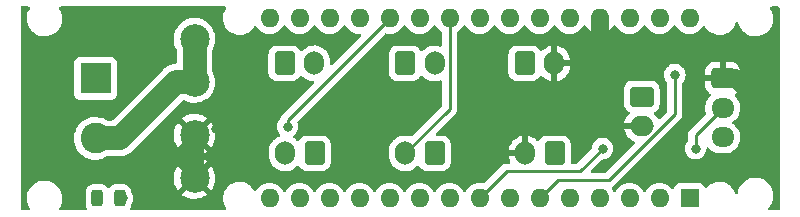
<source format=gtl>
G04 #@! TF.GenerationSoftware,KiCad,Pcbnew,(6.0.4)*
G04 #@! TF.CreationDate,2022-06-19T17:23:47+02:00*
G04 #@! TF.ProjectId,Klipper nano expander,4b6c6970-7065-4722-906e-616e6f206578,1.0*
G04 #@! TF.SameCoordinates,Original*
G04 #@! TF.FileFunction,Copper,L1,Top*
G04 #@! TF.FilePolarity,Positive*
%FSLAX46Y46*%
G04 Gerber Fmt 4.6, Leading zero omitted, Abs format (unit mm)*
G04 Created by KiCad (PCBNEW (6.0.4)) date 2022-06-19 17:23:47*
%MOMM*%
%LPD*%
G01*
G04 APERTURE LIST*
G04 Aperture macros list*
%AMRoundRect*
0 Rectangle with rounded corners*
0 $1 Rounding radius*
0 $2 $3 $4 $5 $6 $7 $8 $9 X,Y pos of 4 corners*
0 Add a 4 corners polygon primitive as box body*
4,1,4,$2,$3,$4,$5,$6,$7,$8,$9,$2,$3,0*
0 Add four circle primitives for the rounded corners*
1,1,$1+$1,$2,$3*
1,1,$1+$1,$4,$5*
1,1,$1+$1,$6,$7*
1,1,$1+$1,$8,$9*
0 Add four rect primitives between the rounded corners*
20,1,$1+$1,$2,$3,$4,$5,0*
20,1,$1+$1,$4,$5,$6,$7,0*
20,1,$1+$1,$6,$7,$8,$9,0*
20,1,$1+$1,$8,$9,$2,$3,0*%
G04 Aperture macros list end*
G04 #@! TA.AperFunction,ComponentPad*
%ADD10RoundRect,0.250000X-0.600000X-0.750000X0.600000X-0.750000X0.600000X0.750000X-0.600000X0.750000X0*%
G04 #@! TD*
G04 #@! TA.AperFunction,ComponentPad*
%ADD11O,1.700000X2.000000*%
G04 #@! TD*
G04 #@! TA.AperFunction,ComponentPad*
%ADD12RoundRect,0.250000X-0.725000X0.600000X-0.725000X-0.600000X0.725000X-0.600000X0.725000X0.600000X0*%
G04 #@! TD*
G04 #@! TA.AperFunction,ComponentPad*
%ADD13O,1.950000X1.700000*%
G04 #@! TD*
G04 #@! TA.AperFunction,ComponentPad*
%ADD14C,2.500000*%
G04 #@! TD*
G04 #@! TA.AperFunction,ComponentPad*
%ADD15RoundRect,0.250000X0.600000X0.750000X-0.600000X0.750000X-0.600000X-0.750000X0.600000X-0.750000X0*%
G04 #@! TD*
G04 #@! TA.AperFunction,SMDPad,CuDef*
%ADD16RoundRect,0.243750X-0.243750X-0.456250X0.243750X-0.456250X0.243750X0.456250X-0.243750X0.456250X0*%
G04 #@! TD*
G04 #@! TA.AperFunction,ComponentPad*
%ADD17R,2.600000X2.600000*%
G04 #@! TD*
G04 #@! TA.AperFunction,ComponentPad*
%ADD18C,2.600000*%
G04 #@! TD*
G04 #@! TA.AperFunction,ComponentPad*
%ADD19RoundRect,0.250000X-0.750000X0.600000X-0.750000X-0.600000X0.750000X-0.600000X0.750000X0.600000X0*%
G04 #@! TD*
G04 #@! TA.AperFunction,ComponentPad*
%ADD20O,2.000000X1.700000*%
G04 #@! TD*
G04 #@! TA.AperFunction,ComponentPad*
%ADD21R,1.600000X1.600000*%
G04 #@! TD*
G04 #@! TA.AperFunction,ComponentPad*
%ADD22O,1.600000X1.600000*%
G04 #@! TD*
G04 #@! TA.AperFunction,ViaPad*
%ADD23C,0.800000*%
G04 #@! TD*
G04 #@! TA.AperFunction,Conductor*
%ADD24C,0.250000*%
G04 #@! TD*
G04 #@! TA.AperFunction,Conductor*
%ADD25C,1.500000*%
G04 #@! TD*
G04 #@! TA.AperFunction,Conductor*
%ADD26C,1.000000*%
G04 #@! TD*
G04 #@! TA.AperFunction,Conductor*
%ADD27C,2.000000*%
G04 #@! TD*
G04 APERTURE END LIST*
D10*
X140716000Y-88646000D03*
D11*
X143216000Y-88646000D03*
D10*
X150916000Y-88646000D03*
D11*
X153416000Y-88646000D03*
D12*
X177817000Y-89916000D03*
D13*
X177817000Y-92416000D03*
X177817000Y-94916000D03*
D14*
X133096000Y-98351000D03*
X133096000Y-94691000D03*
X133096000Y-90221000D03*
X133096000Y-86561000D03*
D10*
X161036000Y-88646000D03*
D11*
X163536000Y-88646000D03*
D15*
X163576000Y-96266000D03*
D11*
X161076000Y-96266000D03*
D16*
X124871000Y-100076000D03*
X126746000Y-100076000D03*
D17*
X124714000Y-89916000D03*
D18*
X124714000Y-94996000D03*
D15*
X153416000Y-96266000D03*
D11*
X150916000Y-96266000D03*
D19*
X170959000Y-91460000D03*
D20*
X170959000Y-93960000D03*
D15*
X143256000Y-96266000D03*
D11*
X140756000Y-96266000D03*
D21*
X175006000Y-100076000D03*
D22*
X172466000Y-100076000D03*
X169926000Y-100076000D03*
X167386000Y-100076000D03*
X164846000Y-100076000D03*
X162306000Y-100076000D03*
X159766000Y-100076000D03*
X157226000Y-100076000D03*
X154686000Y-100076000D03*
X152146000Y-100076000D03*
X149606000Y-100076000D03*
X147066000Y-100076000D03*
X144526000Y-100076000D03*
X141986000Y-100076000D03*
X139446000Y-100076000D03*
X139446000Y-84836000D03*
X141986000Y-84836000D03*
X144526000Y-84836000D03*
X147066000Y-84836000D03*
X149606000Y-84836000D03*
X152146000Y-84836000D03*
X154686000Y-84836000D03*
X157226000Y-84836000D03*
X159766000Y-84836000D03*
X162306000Y-84836000D03*
X164846000Y-84836000D03*
X167386000Y-84836000D03*
X169926000Y-84836000D03*
X172466000Y-84836000D03*
X175006000Y-84836000D03*
D23*
X124855221Y-100066519D03*
X167640000Y-95861500D03*
X173761000Y-89596000D03*
X140970000Y-94006000D03*
X134874000Y-94234000D03*
X145551566Y-90574499D03*
X128928500Y-100076000D03*
X167673000Y-87630000D03*
X148824869Y-94337500D03*
X130941142Y-96545096D03*
X155702000Y-90424000D03*
X180340000Y-91400000D03*
X127000000Y-100076000D03*
X175514000Y-95861500D03*
D24*
X124871000Y-100076000D02*
X124714000Y-100076000D01*
X167640000Y-95861500D02*
X165711500Y-97790000D01*
X159512000Y-97790000D02*
X157226000Y-100076000D01*
X165711500Y-97790000D02*
X159512000Y-97790000D01*
X168178022Y-98552000D02*
X163830000Y-98552000D01*
X173761000Y-92969022D02*
X168178022Y-98552000D01*
X163830000Y-98552000D02*
X162306000Y-100076000D01*
X173761000Y-89596000D02*
X173761000Y-92969022D01*
X140970000Y-93472000D02*
X140970000Y-94006000D01*
X149606000Y-84836000D02*
X140970000Y-93472000D01*
X154686000Y-84836000D02*
X154686000Y-92496000D01*
X154686000Y-92496000D02*
X150916000Y-96266000D01*
D25*
X133096000Y-94691000D02*
X133096000Y-96520000D01*
D26*
X133070904Y-96545096D02*
X133096000Y-96520000D01*
D25*
X177817000Y-89916000D02*
X178856000Y-89916000D01*
X133096000Y-96520000D02*
X133096000Y-98351000D01*
X130941142Y-96545096D02*
X133070904Y-96545096D01*
X178856000Y-89916000D02*
X180340000Y-91400000D01*
X167386000Y-87343000D02*
X167673000Y-87630000D01*
X167386000Y-84836000D02*
X167386000Y-87343000D01*
D24*
X126746000Y-100076000D02*
X127000000Y-100076000D01*
D27*
X131521000Y-90221000D02*
X133096000Y-90221000D01*
X124714000Y-94996000D02*
X126746000Y-94996000D01*
X126746000Y-94996000D02*
X131521000Y-90221000D01*
X133096000Y-86561000D02*
X133096000Y-90221000D01*
D24*
X177817000Y-92733000D02*
X177817000Y-92416000D01*
X175514000Y-94719000D02*
X177817000Y-92416000D01*
X175514000Y-95861500D02*
X175514000Y-94719000D01*
G04 #@! TA.AperFunction,Conductor*
G36*
X119090602Y-83840502D02*
G01*
X119137095Y-83894158D01*
X119147199Y-83964432D01*
X119131380Y-84009880D01*
X119033704Y-84177704D01*
X119033701Y-84177711D01*
X119031159Y-84182078D01*
X119029346Y-84186801D01*
X118952591Y-84386757D01*
X118944167Y-84408702D01*
X118943133Y-84413652D01*
X118943132Y-84413655D01*
X118895872Y-84639879D01*
X118894526Y-84646320D01*
X118883514Y-84888817D01*
X118884095Y-84893837D01*
X118884095Y-84893841D01*
X118903794Y-85064087D01*
X118911415Y-85129956D01*
X118912791Y-85134820D01*
X118912792Y-85134823D01*
X118955357Y-85285243D01*
X118977510Y-85363532D01*
X118979644Y-85368108D01*
X118979646Y-85368114D01*
X119076073Y-85574902D01*
X119080099Y-85583536D01*
X119216544Y-85784307D01*
X119383332Y-85960681D01*
X119387358Y-85963759D01*
X119387359Y-85963760D01*
X119572154Y-86105047D01*
X119572158Y-86105050D01*
X119576174Y-86108120D01*
X119580632Y-86110510D01*
X119580633Y-86110511D01*
X119668588Y-86157672D01*
X119790109Y-86222831D01*
X120019631Y-86301862D01*
X120118978Y-86319022D01*
X120254926Y-86342504D01*
X120254932Y-86342505D01*
X120258836Y-86343179D01*
X120262797Y-86343359D01*
X120262798Y-86343359D01*
X120286506Y-86344436D01*
X120286525Y-86344436D01*
X120287925Y-86344500D01*
X120457001Y-86344500D01*
X120459509Y-86344298D01*
X120459514Y-86344298D01*
X120632924Y-86330346D01*
X120632929Y-86330345D01*
X120637965Y-86329940D01*
X120642873Y-86328734D01*
X120642876Y-86328734D01*
X120868792Y-86273244D01*
X120873706Y-86272037D01*
X120878358Y-86270062D01*
X120878362Y-86270061D01*
X121092498Y-86179165D01*
X121097156Y-86177188D01*
X121205252Y-86109116D01*
X121298288Y-86050528D01*
X121298291Y-86050526D01*
X121302567Y-86047833D01*
X121374559Y-85984364D01*
X121480858Y-85890650D01*
X121480861Y-85890647D01*
X121484655Y-85887302D01*
X121554868Y-85801823D01*
X121635526Y-85703628D01*
X121635528Y-85703625D01*
X121638734Y-85699722D01*
X121730942Y-85541294D01*
X121758299Y-85494290D01*
X121758300Y-85494288D01*
X121760841Y-85489922D01*
X121774206Y-85455105D01*
X121846020Y-85268022D01*
X121846021Y-85268018D01*
X121847833Y-85263298D01*
X121853931Y-85234108D01*
X121896440Y-85030631D01*
X121896440Y-85030627D01*
X121897474Y-85025680D01*
X121908486Y-84783183D01*
X121893235Y-84651373D01*
X121881167Y-84547071D01*
X121881166Y-84547067D01*
X121880585Y-84542044D01*
X121877207Y-84530104D01*
X121815866Y-84313331D01*
X121814490Y-84308468D01*
X121812356Y-84303892D01*
X121812354Y-84303886D01*
X121714038Y-84093046D01*
X121714036Y-84093042D01*
X121711901Y-84088464D01*
X121663553Y-84017322D01*
X121641807Y-83949739D01*
X121660051Y-83881127D01*
X121712494Y-83833270D01*
X121767765Y-83820500D01*
X135667599Y-83820500D01*
X135735720Y-83840502D01*
X135782213Y-83894158D01*
X135792317Y-83964432D01*
X135768688Y-84021713D01*
X135713128Y-84096388D01*
X135710712Y-84101139D01*
X135710710Y-84101143D01*
X135650764Y-84219049D01*
X135605565Y-84307948D01*
X135535186Y-84534607D01*
X135534485Y-84539896D01*
X135519710Y-84651373D01*
X135504002Y-84769883D01*
X135504202Y-84775212D01*
X135504202Y-84775213D01*
X135506464Y-84835474D01*
X135512906Y-85007050D01*
X135561642Y-85239327D01*
X135563599Y-85244283D01*
X135563601Y-85244289D01*
X135646240Y-85453543D01*
X135648818Y-85460070D01*
X135651585Y-85464629D01*
X135651586Y-85464632D01*
X135692160Y-85531496D01*
X135771941Y-85662970D01*
X135775436Y-85666998D01*
X135775437Y-85666999D01*
X135923752Y-85837916D01*
X135927490Y-85842224D01*
X135931616Y-85845607D01*
X135931620Y-85845611D01*
X136106889Y-85989323D01*
X136106895Y-85989327D01*
X136111017Y-85992707D01*
X136115653Y-85995346D01*
X136115656Y-85995348D01*
X136272655Y-86084717D01*
X136317276Y-86110117D01*
X136540367Y-86191095D01*
X136545616Y-86192044D01*
X136545619Y-86192045D01*
X136769830Y-86232589D01*
X136769837Y-86232590D01*
X136773914Y-86233327D01*
X136792164Y-86234188D01*
X136797299Y-86234430D01*
X136797306Y-86234430D01*
X136798787Y-86234500D01*
X136965587Y-86234500D01*
X137034539Y-86228649D01*
X137137173Y-86219941D01*
X137137177Y-86219940D01*
X137142484Y-86219490D01*
X137147639Y-86218152D01*
X137147645Y-86218151D01*
X137367036Y-86161208D01*
X137367035Y-86161208D01*
X137372207Y-86159866D01*
X137567912Y-86071707D01*
X137583738Y-86064578D01*
X137583741Y-86064577D01*
X137588599Y-86062388D01*
X137785474Y-85929844D01*
X137957201Y-85766024D01*
X138098872Y-85575612D01*
X138101290Y-85570857D01*
X138101293Y-85570852D01*
X138116321Y-85541294D01*
X138165024Y-85489637D01*
X138233924Y-85472511D01*
X138301146Y-85495354D01*
X138331850Y-85526129D01*
X138430489Y-85666999D01*
X138439802Y-85680300D01*
X138601700Y-85842198D01*
X138606208Y-85845355D01*
X138606211Y-85845357D01*
X138606574Y-85845611D01*
X138789251Y-85973523D01*
X138794233Y-85975846D01*
X138794238Y-85975849D01*
X138964825Y-86055394D01*
X138996757Y-86070284D01*
X139002065Y-86071706D01*
X139002067Y-86071707D01*
X139212598Y-86128119D01*
X139212600Y-86128119D01*
X139217913Y-86129543D01*
X139446000Y-86149498D01*
X139674087Y-86129543D01*
X139679400Y-86128119D01*
X139679402Y-86128119D01*
X139889933Y-86071707D01*
X139889935Y-86071706D01*
X139895243Y-86070284D01*
X139927175Y-86055394D01*
X140097762Y-85975849D01*
X140097767Y-85975846D01*
X140102749Y-85973523D01*
X140285426Y-85845611D01*
X140285789Y-85845357D01*
X140285792Y-85845355D01*
X140290300Y-85842198D01*
X140452198Y-85680300D01*
X140461512Y-85666999D01*
X140523161Y-85578954D01*
X140583523Y-85492749D01*
X140585846Y-85487767D01*
X140585849Y-85487762D01*
X140601805Y-85453543D01*
X140648722Y-85400258D01*
X140716999Y-85380797D01*
X140784959Y-85401339D01*
X140830195Y-85453543D01*
X140846151Y-85487762D01*
X140846154Y-85487767D01*
X140848477Y-85492749D01*
X140908839Y-85578954D01*
X140970489Y-85666999D01*
X140979802Y-85680300D01*
X141141700Y-85842198D01*
X141146208Y-85845355D01*
X141146211Y-85845357D01*
X141146574Y-85845611D01*
X141329251Y-85973523D01*
X141334233Y-85975846D01*
X141334238Y-85975849D01*
X141504825Y-86055394D01*
X141536757Y-86070284D01*
X141542065Y-86071706D01*
X141542067Y-86071707D01*
X141752598Y-86128119D01*
X141752600Y-86128119D01*
X141757913Y-86129543D01*
X141986000Y-86149498D01*
X142214087Y-86129543D01*
X142219400Y-86128119D01*
X142219402Y-86128119D01*
X142429933Y-86071707D01*
X142429935Y-86071706D01*
X142435243Y-86070284D01*
X142467175Y-86055394D01*
X142637762Y-85975849D01*
X142637767Y-85975846D01*
X142642749Y-85973523D01*
X142825426Y-85845611D01*
X142825789Y-85845357D01*
X142825792Y-85845355D01*
X142830300Y-85842198D01*
X142992198Y-85680300D01*
X143001512Y-85666999D01*
X143063161Y-85578954D01*
X143123523Y-85492749D01*
X143125846Y-85487767D01*
X143125849Y-85487762D01*
X143141805Y-85453543D01*
X143188722Y-85400258D01*
X143256999Y-85380797D01*
X143324959Y-85401339D01*
X143370195Y-85453543D01*
X143386151Y-85487762D01*
X143386154Y-85487767D01*
X143388477Y-85492749D01*
X143448839Y-85578954D01*
X143510489Y-85666999D01*
X143519802Y-85680300D01*
X143681700Y-85842198D01*
X143686208Y-85845355D01*
X143686211Y-85845357D01*
X143686574Y-85845611D01*
X143869251Y-85973523D01*
X143874233Y-85975846D01*
X143874238Y-85975849D01*
X144044825Y-86055394D01*
X144076757Y-86070284D01*
X144082065Y-86071706D01*
X144082067Y-86071707D01*
X144292598Y-86128119D01*
X144292600Y-86128119D01*
X144297913Y-86129543D01*
X144526000Y-86149498D01*
X144754087Y-86129543D01*
X144759400Y-86128119D01*
X144759402Y-86128119D01*
X144969933Y-86071707D01*
X144969935Y-86071706D01*
X144975243Y-86070284D01*
X145007175Y-86055394D01*
X145177762Y-85975849D01*
X145177767Y-85975846D01*
X145182749Y-85973523D01*
X145365426Y-85845611D01*
X145365789Y-85845357D01*
X145365792Y-85845355D01*
X145370300Y-85842198D01*
X145532198Y-85680300D01*
X145541512Y-85666999D01*
X145603161Y-85578954D01*
X145663523Y-85492749D01*
X145665846Y-85487767D01*
X145665849Y-85487762D01*
X145681805Y-85453543D01*
X145728722Y-85400258D01*
X145796999Y-85380797D01*
X145864959Y-85401339D01*
X145910195Y-85453543D01*
X145926151Y-85487762D01*
X145926154Y-85487767D01*
X145928477Y-85492749D01*
X145988839Y-85578954D01*
X146050489Y-85666999D01*
X146059802Y-85680300D01*
X146221700Y-85842198D01*
X146226208Y-85845355D01*
X146226211Y-85845357D01*
X146226574Y-85845611D01*
X146409251Y-85973523D01*
X146414233Y-85975846D01*
X146414238Y-85975849D01*
X146584825Y-86055394D01*
X146616757Y-86070284D01*
X146622065Y-86071706D01*
X146622067Y-86071707D01*
X146832598Y-86128119D01*
X146832600Y-86128119D01*
X146837913Y-86129543D01*
X147066000Y-86149498D01*
X147071475Y-86149019D01*
X147071485Y-86149019D01*
X147083428Y-86147974D01*
X147153033Y-86161962D01*
X147204026Y-86211361D01*
X147220217Y-86280486D01*
X147196465Y-86347392D01*
X147183506Y-86362589D01*
X144789595Y-88756500D01*
X144727283Y-88790526D01*
X144656468Y-88785461D01*
X144599632Y-88742914D01*
X144574821Y-88676394D01*
X144574500Y-88667405D01*
X144574500Y-88438110D01*
X144559920Y-88266280D01*
X144558582Y-88261125D01*
X144558581Y-88261119D01*
X144503343Y-88048297D01*
X144503342Y-88048293D01*
X144502001Y-88043128D01*
X144407312Y-87832925D01*
X144278559Y-87641681D01*
X144261212Y-87623496D01*
X144191057Y-87549956D01*
X144119424Y-87474865D01*
X143934458Y-87337246D01*
X143929707Y-87334830D01*
X143929703Y-87334828D01*
X143809763Y-87273848D01*
X143728949Y-87232760D01*
X143723855Y-87231178D01*
X143723852Y-87231177D01*
X143513871Y-87165976D01*
X143508773Y-87164393D01*
X143503484Y-87163692D01*
X143285511Y-87134802D01*
X143285506Y-87134802D01*
X143280226Y-87134102D01*
X143274897Y-87134302D01*
X143274895Y-87134302D01*
X143165034Y-87138426D01*
X143049842Y-87142751D01*
X143044623Y-87143846D01*
X143022566Y-87148474D01*
X142824209Y-87190093D01*
X142819250Y-87192051D01*
X142819248Y-87192052D01*
X142614744Y-87272815D01*
X142614742Y-87272816D01*
X142609779Y-87274776D01*
X142605220Y-87277543D01*
X142605217Y-87277544D01*
X142510113Y-87335255D01*
X142412683Y-87394377D01*
X142408653Y-87397874D01*
X142315484Y-87478722D01*
X142238555Y-87545477D01*
X142209330Y-87581120D01*
X142150671Y-87621114D01*
X142079701Y-87623046D01*
X142018952Y-87586302D01*
X142004752Y-87567532D01*
X141918332Y-87427880D01*
X141914478Y-87421652D01*
X141789303Y-87296695D01*
X141758965Y-87277994D01*
X141644968Y-87207725D01*
X141644966Y-87207724D01*
X141638738Y-87203885D01*
X141558995Y-87177436D01*
X141477389Y-87150368D01*
X141477387Y-87150368D01*
X141470861Y-87148203D01*
X141464025Y-87147503D01*
X141464022Y-87147502D01*
X141420969Y-87143091D01*
X141366400Y-87137500D01*
X140065600Y-87137500D01*
X140062354Y-87137837D01*
X140062350Y-87137837D01*
X139966692Y-87147762D01*
X139966688Y-87147763D01*
X139959834Y-87148474D01*
X139953298Y-87150655D01*
X139953296Y-87150655D01*
X139821194Y-87194728D01*
X139792054Y-87204450D01*
X139641652Y-87297522D01*
X139516695Y-87422697D01*
X139512855Y-87428927D01*
X139512854Y-87428928D01*
X139442954Y-87542327D01*
X139423885Y-87573262D01*
X139368203Y-87741139D01*
X139357500Y-87845600D01*
X139357500Y-89446400D01*
X139368474Y-89552166D01*
X139370655Y-89558702D01*
X139370655Y-89558704D01*
X139403161Y-89656135D01*
X139424450Y-89719946D01*
X139517522Y-89870348D01*
X139642697Y-89995305D01*
X139648927Y-89999145D01*
X139648928Y-89999146D01*
X139786090Y-90083694D01*
X139793262Y-90088115D01*
X139866703Y-90112474D01*
X139954611Y-90141632D01*
X139954613Y-90141632D01*
X139961139Y-90143797D01*
X139967975Y-90144497D01*
X139967978Y-90144498D01*
X140003663Y-90148154D01*
X140065600Y-90154500D01*
X141366400Y-90154500D01*
X141369646Y-90154163D01*
X141369650Y-90154163D01*
X141465308Y-90144238D01*
X141465312Y-90144237D01*
X141472166Y-90143526D01*
X141478702Y-90141345D01*
X141478704Y-90141345D01*
X141610806Y-90097272D01*
X141639946Y-90087550D01*
X141790348Y-89994478D01*
X141915305Y-89869303D01*
X142005081Y-89723660D01*
X142057852Y-89676168D01*
X142127924Y-89664744D01*
X142193048Y-89693018D01*
X142203510Y-89702805D01*
X142219862Y-89719946D01*
X142312576Y-89817135D01*
X142497542Y-89954754D01*
X142502293Y-89957170D01*
X142502297Y-89957172D01*
X142584855Y-89999146D01*
X142703051Y-90059240D01*
X142708145Y-90060822D01*
X142708148Y-90060823D01*
X142871361Y-90111502D01*
X142923227Y-90127607D01*
X142928516Y-90128308D01*
X143107519Y-90152033D01*
X143172421Y-90180812D01*
X143211461Y-90240112D01*
X143212244Y-90311104D01*
X143180059Y-90366036D01*
X140577747Y-92968348D01*
X140569461Y-92975888D01*
X140562982Y-92980000D01*
X140557557Y-92985777D01*
X140516357Y-93029651D01*
X140513602Y-93032493D01*
X140493865Y-93052230D01*
X140491385Y-93055427D01*
X140483682Y-93064447D01*
X140453414Y-93096679D01*
X140449595Y-93103625D01*
X140449593Y-93103628D01*
X140443652Y-93114434D01*
X140432801Y-93130953D01*
X140420386Y-93146959D01*
X140417241Y-93154228D01*
X140417238Y-93154232D01*
X140402826Y-93187537D01*
X140397609Y-93198187D01*
X140376305Y-93236940D01*
X140374334Y-93244615D01*
X140374334Y-93244616D01*
X140371267Y-93256562D01*
X140364863Y-93275266D01*
X140356819Y-93293855D01*
X140355579Y-93301681D01*
X140353366Y-93309299D01*
X140351640Y-93308797D01*
X140325037Y-93364572D01*
X140230960Y-93469056D01*
X140135473Y-93634444D01*
X140076458Y-93816072D01*
X140056496Y-94006000D01*
X140057186Y-94012565D01*
X140073861Y-94171215D01*
X140076458Y-94195928D01*
X140135473Y-94377556D01*
X140230960Y-94542944D01*
X140318528Y-94640198D01*
X140321939Y-94643986D01*
X140352656Y-94707994D01*
X140343891Y-94778447D01*
X140298428Y-94832978D01*
X140274585Y-94845487D01*
X140248870Y-94855643D01*
X140154744Y-94892815D01*
X140154742Y-94892816D01*
X140149779Y-94894776D01*
X140145220Y-94897543D01*
X140145217Y-94897544D01*
X140105136Y-94921866D01*
X139952683Y-95014377D01*
X139948653Y-95017874D01*
X139786047Y-95158976D01*
X139778555Y-95165477D01*
X139760460Y-95187545D01*
X139635760Y-95339627D01*
X139635756Y-95339633D01*
X139632376Y-95343755D01*
X139629737Y-95348391D01*
X139629735Y-95348394D01*
X139592428Y-95413933D01*
X139518325Y-95544114D01*
X139439663Y-95760825D01*
X139438714Y-95766074D01*
X139438713Y-95766077D01*
X139399377Y-95983608D01*
X139399376Y-95983615D01*
X139398639Y-95987692D01*
X139397500Y-96011844D01*
X139397500Y-96473890D01*
X139403141Y-96540366D01*
X139411510Y-96638999D01*
X139412080Y-96645720D01*
X139413418Y-96650875D01*
X139413419Y-96650881D01*
X139468657Y-96863703D01*
X139469999Y-96868872D01*
X139472191Y-96873738D01*
X139472192Y-96873741D01*
X139508063Y-96953371D01*
X139564688Y-97079075D01*
X139693441Y-97270319D01*
X139697120Y-97274176D01*
X139697122Y-97274178D01*
X139758710Y-97338738D01*
X139852576Y-97437135D01*
X140037542Y-97574754D01*
X140042293Y-97577170D01*
X140042297Y-97577172D01*
X140105481Y-97609296D01*
X140243051Y-97679240D01*
X140248145Y-97680822D01*
X140248148Y-97680823D01*
X140448020Y-97742885D01*
X140463227Y-97747607D01*
X140468516Y-97748308D01*
X140686489Y-97777198D01*
X140686494Y-97777198D01*
X140691774Y-97777898D01*
X140697103Y-97777698D01*
X140697105Y-97777698D01*
X140806966Y-97773574D01*
X140922158Y-97769249D01*
X140944802Y-97764498D01*
X141142572Y-97723002D01*
X141147791Y-97721907D01*
X141152750Y-97719949D01*
X141152752Y-97719948D01*
X141357256Y-97639185D01*
X141357258Y-97639184D01*
X141362221Y-97637224D01*
X141398343Y-97615305D01*
X141554757Y-97520390D01*
X141554756Y-97520390D01*
X141559317Y-97517623D01*
X141599134Y-97483072D01*
X141729412Y-97370023D01*
X141729414Y-97370021D01*
X141733445Y-97366523D01*
X141762670Y-97330880D01*
X141821329Y-97290886D01*
X141892299Y-97288954D01*
X141953048Y-97325698D01*
X141967248Y-97344468D01*
X141980896Y-97366523D01*
X142057522Y-97490348D01*
X142182697Y-97615305D01*
X142188927Y-97619145D01*
X142188928Y-97619146D01*
X142326090Y-97703694D01*
X142333262Y-97708115D01*
X142368938Y-97719948D01*
X142494611Y-97761632D01*
X142494613Y-97761632D01*
X142501139Y-97763797D01*
X142507975Y-97764497D01*
X142507978Y-97764498D01*
X142543663Y-97768154D01*
X142605600Y-97774500D01*
X143906400Y-97774500D01*
X143909646Y-97774163D01*
X143909650Y-97774163D01*
X144005308Y-97764238D01*
X144005312Y-97764237D01*
X144012166Y-97763526D01*
X144018702Y-97761345D01*
X144018704Y-97761345D01*
X144150806Y-97717272D01*
X144179946Y-97707550D01*
X144330348Y-97614478D01*
X144455305Y-97489303D01*
X144487462Y-97437135D01*
X144544275Y-97344968D01*
X144544276Y-97344966D01*
X144548115Y-97338738D01*
X144603797Y-97170861D01*
X144605005Y-97159078D01*
X144613201Y-97079075D01*
X144614500Y-97066400D01*
X144614500Y-95465600D01*
X144610697Y-95428949D01*
X144604238Y-95366692D01*
X144604237Y-95366688D01*
X144603526Y-95359834D01*
X144599710Y-95348394D01*
X144549868Y-95199002D01*
X144547550Y-95192054D01*
X144454478Y-95041652D01*
X144329303Y-94916695D01*
X144323072Y-94912854D01*
X144184968Y-94827725D01*
X144184966Y-94827724D01*
X144178738Y-94823885D01*
X144065353Y-94786277D01*
X144017389Y-94770368D01*
X144017387Y-94770368D01*
X144010861Y-94768203D01*
X144004025Y-94767503D01*
X144004022Y-94767502D01*
X143960969Y-94763091D01*
X143906400Y-94757500D01*
X142605600Y-94757500D01*
X142602354Y-94757837D01*
X142602350Y-94757837D01*
X142506692Y-94767762D01*
X142506688Y-94767763D01*
X142499834Y-94768474D01*
X142493298Y-94770655D01*
X142493296Y-94770655D01*
X142361194Y-94814728D01*
X142332054Y-94824450D01*
X142181652Y-94917522D01*
X142056695Y-95042697D01*
X141970437Y-95182634D01*
X141966920Y-95188339D01*
X141914148Y-95235832D01*
X141844076Y-95247256D01*
X141778952Y-95218982D01*
X141768490Y-95209195D01*
X141663103Y-95098722D01*
X141659424Y-95094865D01*
X141647308Y-95085850D01*
X141479490Y-94960990D01*
X141436777Y-94904280D01*
X141431504Y-94833479D01*
X141465347Y-94771067D01*
X141480642Y-94757965D01*
X141555176Y-94703812D01*
X141581253Y-94684866D01*
X141615439Y-94646899D01*
X141704621Y-94547852D01*
X141704622Y-94547851D01*
X141709040Y-94542944D01*
X141804527Y-94377556D01*
X141863542Y-94195928D01*
X141866140Y-94171215D01*
X141882814Y-94012565D01*
X141883504Y-94006000D01*
X141863542Y-93816072D01*
X141804527Y-93634444D01*
X141806699Y-93633738D01*
X141798653Y-93573799D01*
X141828749Y-93509497D01*
X141834102Y-93503802D01*
X149192752Y-86145152D01*
X149255064Y-86111126D01*
X149314459Y-86112541D01*
X149372591Y-86128118D01*
X149372602Y-86128120D01*
X149377913Y-86129543D01*
X149606000Y-86149498D01*
X149834087Y-86129543D01*
X149839400Y-86128119D01*
X149839402Y-86128119D01*
X150049933Y-86071707D01*
X150049935Y-86071706D01*
X150055243Y-86070284D01*
X150087175Y-86055394D01*
X150257762Y-85975849D01*
X150257767Y-85975846D01*
X150262749Y-85973523D01*
X150445426Y-85845611D01*
X150445789Y-85845357D01*
X150445792Y-85845355D01*
X150450300Y-85842198D01*
X150612198Y-85680300D01*
X150621512Y-85666999D01*
X150683161Y-85578954D01*
X150743523Y-85492749D01*
X150745846Y-85487767D01*
X150745849Y-85487762D01*
X150761805Y-85453543D01*
X150808722Y-85400258D01*
X150876999Y-85380797D01*
X150944959Y-85401339D01*
X150990195Y-85453543D01*
X151006151Y-85487762D01*
X151006154Y-85487767D01*
X151008477Y-85492749D01*
X151068839Y-85578954D01*
X151130489Y-85666999D01*
X151139802Y-85680300D01*
X151301700Y-85842198D01*
X151306208Y-85845355D01*
X151306211Y-85845357D01*
X151306574Y-85845611D01*
X151489251Y-85973523D01*
X151494233Y-85975846D01*
X151494238Y-85975849D01*
X151664825Y-86055394D01*
X151696757Y-86070284D01*
X151702065Y-86071706D01*
X151702067Y-86071707D01*
X151912598Y-86128119D01*
X151912600Y-86128119D01*
X151917913Y-86129543D01*
X152146000Y-86149498D01*
X152374087Y-86129543D01*
X152379400Y-86128119D01*
X152379402Y-86128119D01*
X152589933Y-86071707D01*
X152589935Y-86071706D01*
X152595243Y-86070284D01*
X152627175Y-86055394D01*
X152797762Y-85975849D01*
X152797767Y-85975846D01*
X152802749Y-85973523D01*
X152985426Y-85845611D01*
X152985789Y-85845357D01*
X152985792Y-85845355D01*
X152990300Y-85842198D01*
X153152198Y-85680300D01*
X153161512Y-85666999D01*
X153223161Y-85578954D01*
X153283523Y-85492749D01*
X153285846Y-85487767D01*
X153285849Y-85487762D01*
X153301805Y-85453543D01*
X153348722Y-85400258D01*
X153416999Y-85380797D01*
X153484959Y-85401339D01*
X153530195Y-85453543D01*
X153546151Y-85487762D01*
X153546154Y-85487767D01*
X153548477Y-85492749D01*
X153608839Y-85578954D01*
X153670489Y-85666999D01*
X153679802Y-85680300D01*
X153841700Y-85842198D01*
X153846208Y-85845355D01*
X153846211Y-85845357D01*
X153998771Y-85952181D01*
X154043099Y-86007638D01*
X154052500Y-86055394D01*
X154052500Y-87100065D01*
X154032498Y-87168186D01*
X153978842Y-87214679D01*
X153908568Y-87224783D01*
X153889136Y-87220397D01*
X153713875Y-87165977D01*
X153713873Y-87165976D01*
X153708773Y-87164393D01*
X153703484Y-87163692D01*
X153485511Y-87134802D01*
X153485506Y-87134802D01*
X153480226Y-87134102D01*
X153474897Y-87134302D01*
X153474895Y-87134302D01*
X153365034Y-87138426D01*
X153249842Y-87142751D01*
X153244623Y-87143846D01*
X153222566Y-87148474D01*
X153024209Y-87190093D01*
X153019250Y-87192051D01*
X153019248Y-87192052D01*
X152814744Y-87272815D01*
X152814742Y-87272816D01*
X152809779Y-87274776D01*
X152805220Y-87277543D01*
X152805217Y-87277544D01*
X152710113Y-87335255D01*
X152612683Y-87394377D01*
X152608653Y-87397874D01*
X152515484Y-87478722D01*
X152438555Y-87545477D01*
X152409330Y-87581120D01*
X152350671Y-87621114D01*
X152279701Y-87623046D01*
X152218952Y-87586302D01*
X152204752Y-87567532D01*
X152118332Y-87427880D01*
X152114478Y-87421652D01*
X151989303Y-87296695D01*
X151958965Y-87277994D01*
X151844968Y-87207725D01*
X151844966Y-87207724D01*
X151838738Y-87203885D01*
X151758995Y-87177436D01*
X151677389Y-87150368D01*
X151677387Y-87150368D01*
X151670861Y-87148203D01*
X151664025Y-87147503D01*
X151664022Y-87147502D01*
X151620969Y-87143091D01*
X151566400Y-87137500D01*
X150265600Y-87137500D01*
X150262354Y-87137837D01*
X150262350Y-87137837D01*
X150166692Y-87147762D01*
X150166688Y-87147763D01*
X150159834Y-87148474D01*
X150153298Y-87150655D01*
X150153296Y-87150655D01*
X150021194Y-87194728D01*
X149992054Y-87204450D01*
X149841652Y-87297522D01*
X149716695Y-87422697D01*
X149712855Y-87428927D01*
X149712854Y-87428928D01*
X149642954Y-87542327D01*
X149623885Y-87573262D01*
X149568203Y-87741139D01*
X149557500Y-87845600D01*
X149557500Y-89446400D01*
X149568474Y-89552166D01*
X149570655Y-89558702D01*
X149570655Y-89558704D01*
X149603161Y-89656135D01*
X149624450Y-89719946D01*
X149717522Y-89870348D01*
X149842697Y-89995305D01*
X149848927Y-89999145D01*
X149848928Y-89999146D01*
X149986090Y-90083694D01*
X149993262Y-90088115D01*
X150066703Y-90112474D01*
X150154611Y-90141632D01*
X150154613Y-90141632D01*
X150161139Y-90143797D01*
X150167975Y-90144497D01*
X150167978Y-90144498D01*
X150203663Y-90148154D01*
X150265600Y-90154500D01*
X151566400Y-90154500D01*
X151569646Y-90154163D01*
X151569650Y-90154163D01*
X151665308Y-90144238D01*
X151665312Y-90144237D01*
X151672166Y-90143526D01*
X151678702Y-90141345D01*
X151678704Y-90141345D01*
X151810806Y-90097272D01*
X151839946Y-90087550D01*
X151990348Y-89994478D01*
X152115305Y-89869303D01*
X152205081Y-89723660D01*
X152257852Y-89676168D01*
X152327924Y-89664744D01*
X152393048Y-89693018D01*
X152403510Y-89702805D01*
X152419862Y-89719946D01*
X152512576Y-89817135D01*
X152697542Y-89954754D01*
X152702293Y-89957170D01*
X152702297Y-89957172D01*
X152784855Y-89999146D01*
X152903051Y-90059240D01*
X152908145Y-90060822D01*
X152908148Y-90060823D01*
X153071361Y-90111502D01*
X153123227Y-90127607D01*
X153128516Y-90128308D01*
X153346489Y-90157198D01*
X153346494Y-90157198D01*
X153351774Y-90157898D01*
X153357103Y-90157698D01*
X153357105Y-90157698D01*
X153466966Y-90153574D01*
X153582158Y-90149249D01*
X153600746Y-90145349D01*
X153802572Y-90103002D01*
X153807791Y-90101907D01*
X153812750Y-90099949D01*
X153812752Y-90099948D01*
X153880218Y-90073304D01*
X153950924Y-90066886D01*
X154013876Y-90099713D01*
X154049086Y-90161364D01*
X154052500Y-90190496D01*
X154052500Y-92181406D01*
X154032498Y-92249527D01*
X154015595Y-92270501D01*
X151486095Y-94800000D01*
X151423783Y-94834026D01*
X151359636Y-94831237D01*
X151213875Y-94785977D01*
X151213873Y-94785976D01*
X151208773Y-94784393D01*
X151197674Y-94782922D01*
X150985511Y-94754802D01*
X150985506Y-94754802D01*
X150980226Y-94754102D01*
X150974897Y-94754302D01*
X150974895Y-94754302D01*
X150877327Y-94757965D01*
X150749842Y-94762751D01*
X150744623Y-94763846D01*
X150667118Y-94780108D01*
X150524209Y-94810093D01*
X150519250Y-94812051D01*
X150519248Y-94812052D01*
X150314744Y-94892815D01*
X150314742Y-94892816D01*
X150309779Y-94894776D01*
X150305220Y-94897543D01*
X150305217Y-94897544D01*
X150265136Y-94921866D01*
X150112683Y-95014377D01*
X150108653Y-95017874D01*
X149946047Y-95158976D01*
X149938555Y-95165477D01*
X149920460Y-95187545D01*
X149795760Y-95339627D01*
X149795756Y-95339633D01*
X149792376Y-95343755D01*
X149789737Y-95348391D01*
X149789735Y-95348394D01*
X149752428Y-95413933D01*
X149678325Y-95544114D01*
X149599663Y-95760825D01*
X149598714Y-95766074D01*
X149598713Y-95766077D01*
X149559377Y-95983608D01*
X149559376Y-95983615D01*
X149558639Y-95987692D01*
X149557500Y-96011844D01*
X149557500Y-96473890D01*
X149563141Y-96540366D01*
X149571510Y-96638999D01*
X149572080Y-96645720D01*
X149573418Y-96650875D01*
X149573419Y-96650881D01*
X149628657Y-96863703D01*
X149629999Y-96868872D01*
X149632191Y-96873738D01*
X149632192Y-96873741D01*
X149668063Y-96953371D01*
X149724688Y-97079075D01*
X149853441Y-97270319D01*
X149857120Y-97274176D01*
X149857122Y-97274178D01*
X149918710Y-97338738D01*
X150012576Y-97437135D01*
X150197542Y-97574754D01*
X150202293Y-97577170D01*
X150202297Y-97577172D01*
X150265481Y-97609296D01*
X150403051Y-97679240D01*
X150408145Y-97680822D01*
X150408148Y-97680823D01*
X150608020Y-97742885D01*
X150623227Y-97747607D01*
X150628516Y-97748308D01*
X150846489Y-97777198D01*
X150846494Y-97777198D01*
X150851774Y-97777898D01*
X150857103Y-97777698D01*
X150857105Y-97777698D01*
X150966966Y-97773574D01*
X151082158Y-97769249D01*
X151104802Y-97764498D01*
X151302572Y-97723002D01*
X151307791Y-97721907D01*
X151312750Y-97719949D01*
X151312752Y-97719948D01*
X151517256Y-97639185D01*
X151517258Y-97639184D01*
X151522221Y-97637224D01*
X151558343Y-97615305D01*
X151714757Y-97520390D01*
X151714756Y-97520390D01*
X151719317Y-97517623D01*
X151759134Y-97483072D01*
X151889412Y-97370023D01*
X151889414Y-97370021D01*
X151893445Y-97366523D01*
X151922670Y-97330880D01*
X151981329Y-97290886D01*
X152052299Y-97288954D01*
X152113048Y-97325698D01*
X152127248Y-97344468D01*
X152140896Y-97366523D01*
X152217522Y-97490348D01*
X152342697Y-97615305D01*
X152348927Y-97619145D01*
X152348928Y-97619146D01*
X152486090Y-97703694D01*
X152493262Y-97708115D01*
X152528938Y-97719948D01*
X152654611Y-97761632D01*
X152654613Y-97761632D01*
X152661139Y-97763797D01*
X152667975Y-97764497D01*
X152667978Y-97764498D01*
X152703663Y-97768154D01*
X152765600Y-97774500D01*
X154066400Y-97774500D01*
X154069646Y-97774163D01*
X154069650Y-97774163D01*
X154165308Y-97764238D01*
X154165312Y-97764237D01*
X154172166Y-97763526D01*
X154178702Y-97761345D01*
X154178704Y-97761345D01*
X154310806Y-97717272D01*
X154339946Y-97707550D01*
X154490348Y-97614478D01*
X154615305Y-97489303D01*
X154647462Y-97437135D01*
X154704275Y-97344968D01*
X154704276Y-97344966D01*
X154708115Y-97338738D01*
X154763797Y-97170861D01*
X154765005Y-97159078D01*
X154773201Y-97079075D01*
X154774500Y-97066400D01*
X154774500Y-95996376D01*
X159718732Y-95996376D01*
X159722475Y-96009124D01*
X159723865Y-96010329D01*
X159731548Y-96012000D01*
X160803885Y-96012000D01*
X160819124Y-96007525D01*
X160820329Y-96006135D01*
X160822000Y-95998452D01*
X160822000Y-94799808D01*
X160818027Y-94786277D01*
X160807420Y-94784752D01*
X160689579Y-94809477D01*
X160679383Y-94812537D01*
X160474971Y-94893263D01*
X160465439Y-94897994D01*
X160277538Y-95012016D01*
X160268948Y-95018280D01*
X160102948Y-95162327D01*
X160095528Y-95169958D01*
X159956174Y-95339911D01*
X159950150Y-95348678D01*
X159841424Y-95539682D01*
X159836959Y-95549346D01*
X159761969Y-95755941D01*
X159759198Y-95766208D01*
X159719877Y-95983655D01*
X159718944Y-95991884D01*
X159718732Y-95996376D01*
X154774500Y-95996376D01*
X154774500Y-95465600D01*
X154770697Y-95428949D01*
X154764238Y-95366692D01*
X154764237Y-95366688D01*
X154763526Y-95359834D01*
X154759710Y-95348394D01*
X154709868Y-95199002D01*
X154707550Y-95192054D01*
X154614478Y-95041652D01*
X154489303Y-94916695D01*
X154483072Y-94912854D01*
X154344968Y-94827725D01*
X154344966Y-94827724D01*
X154338738Y-94823885D01*
X154225353Y-94786277D01*
X154177389Y-94770368D01*
X154177387Y-94770368D01*
X154170861Y-94768203D01*
X154164025Y-94767503D01*
X154164022Y-94767502D01*
X154120969Y-94763091D01*
X154066400Y-94757500D01*
X153624595Y-94757500D01*
X153556474Y-94737498D01*
X153509981Y-94683842D01*
X153499877Y-94613568D01*
X153529371Y-94548988D01*
X153535500Y-94542405D01*
X155078253Y-92999652D01*
X155086539Y-92992112D01*
X155093018Y-92988000D01*
X155100531Y-92980000D01*
X155139643Y-92938349D01*
X155142398Y-92935507D01*
X155162135Y-92915770D01*
X155164615Y-92912573D01*
X155172320Y-92903551D01*
X155197159Y-92877100D01*
X155202586Y-92871321D01*
X155206405Y-92864375D01*
X155206407Y-92864372D01*
X155212348Y-92853566D01*
X155223199Y-92837047D01*
X155230758Y-92827301D01*
X155235614Y-92821041D01*
X155238759Y-92813772D01*
X155238762Y-92813768D01*
X155253174Y-92780463D01*
X155258391Y-92769813D01*
X155279695Y-92731060D01*
X155284733Y-92711437D01*
X155291137Y-92692734D01*
X155296033Y-92681420D01*
X155296033Y-92681419D01*
X155299181Y-92674145D01*
X155300420Y-92666322D01*
X155300423Y-92666312D01*
X155306099Y-92630476D01*
X155308505Y-92618856D01*
X155317528Y-92583711D01*
X155317528Y-92583710D01*
X155319500Y-92576030D01*
X155319500Y-92555776D01*
X155321051Y-92536065D01*
X155321489Y-92533303D01*
X155324220Y-92516057D01*
X155320059Y-92472038D01*
X155319500Y-92460181D01*
X155319500Y-89446400D01*
X159677500Y-89446400D01*
X159688474Y-89552166D01*
X159690655Y-89558702D01*
X159690655Y-89558704D01*
X159723161Y-89656135D01*
X159744450Y-89719946D01*
X159837522Y-89870348D01*
X159962697Y-89995305D01*
X159968927Y-89999145D01*
X159968928Y-89999146D01*
X160106090Y-90083694D01*
X160113262Y-90088115D01*
X160186703Y-90112474D01*
X160274611Y-90141632D01*
X160274613Y-90141632D01*
X160281139Y-90143797D01*
X160287975Y-90144497D01*
X160287978Y-90144498D01*
X160323663Y-90148154D01*
X160385600Y-90154500D01*
X161686400Y-90154500D01*
X161689646Y-90154163D01*
X161689650Y-90154163D01*
X161785308Y-90144238D01*
X161785312Y-90144237D01*
X161792166Y-90143526D01*
X161798702Y-90141345D01*
X161798704Y-90141345D01*
X161930806Y-90097272D01*
X161959946Y-90087550D01*
X162110348Y-89994478D01*
X162235305Y-89869303D01*
X162325353Y-89723220D01*
X162378124Y-89675727D01*
X162448196Y-89664303D01*
X162513320Y-89692577D01*
X162523782Y-89702364D01*
X162629234Y-89812906D01*
X162637186Y-89819941D01*
X162813525Y-89951141D01*
X162822562Y-89956745D01*
X163018484Y-90056357D01*
X163028335Y-90060357D01*
X163238240Y-90125534D01*
X163248624Y-90127817D01*
X163264043Y-90129861D01*
X163278207Y-90127665D01*
X163282000Y-90114478D01*
X163282000Y-90112192D01*
X163790000Y-90112192D01*
X163793973Y-90125723D01*
X163804580Y-90127248D01*
X163922421Y-90102523D01*
X163932617Y-90099463D01*
X164137029Y-90018737D01*
X164146561Y-90014006D01*
X164334462Y-89899984D01*
X164343052Y-89893720D01*
X164509052Y-89749673D01*
X164516472Y-89742042D01*
X164655826Y-89572089D01*
X164661850Y-89563322D01*
X164770576Y-89372318D01*
X164775041Y-89362654D01*
X164850031Y-89156059D01*
X164852802Y-89145792D01*
X164892123Y-88928345D01*
X164893056Y-88920116D01*
X164893268Y-88915624D01*
X164889525Y-88902876D01*
X164888135Y-88901671D01*
X164880452Y-88900000D01*
X163808115Y-88900000D01*
X163792876Y-88904475D01*
X163791671Y-88905865D01*
X163790000Y-88913548D01*
X163790000Y-90112192D01*
X163282000Y-90112192D01*
X163282000Y-88373885D01*
X163790000Y-88373885D01*
X163794475Y-88389124D01*
X163795865Y-88390329D01*
X163803548Y-88392000D01*
X164871970Y-88392000D01*
X164886648Y-88387690D01*
X164888711Y-88375807D01*
X164879876Y-88271675D01*
X164878086Y-88261203D01*
X164822870Y-88048465D01*
X164819335Y-88038425D01*
X164729063Y-87838030D01*
X164723894Y-87828744D01*
X164601150Y-87646425D01*
X164594481Y-87638130D01*
X164442772Y-87479100D01*
X164434814Y-87472059D01*
X164258475Y-87340859D01*
X164249438Y-87335255D01*
X164053516Y-87235643D01*
X164043665Y-87231643D01*
X163833760Y-87166466D01*
X163823376Y-87164183D01*
X163807957Y-87162139D01*
X163793793Y-87164335D01*
X163790000Y-87177522D01*
X163790000Y-88373885D01*
X163282000Y-88373885D01*
X163282000Y-87179808D01*
X163278027Y-87166277D01*
X163267420Y-87164752D01*
X163149579Y-87189477D01*
X163139383Y-87192537D01*
X162934971Y-87273263D01*
X162925439Y-87277994D01*
X162737538Y-87392016D01*
X162728948Y-87398280D01*
X162562948Y-87542327D01*
X162555530Y-87549956D01*
X162529609Y-87581569D01*
X162470949Y-87621564D01*
X162399979Y-87623496D01*
X162339230Y-87586752D01*
X162325030Y-87567982D01*
X162311104Y-87545477D01*
X162234478Y-87421652D01*
X162109303Y-87296695D01*
X162078965Y-87277994D01*
X161964968Y-87207725D01*
X161964966Y-87207724D01*
X161958738Y-87203885D01*
X161878995Y-87177436D01*
X161797389Y-87150368D01*
X161797387Y-87150368D01*
X161790861Y-87148203D01*
X161784025Y-87147503D01*
X161784022Y-87147502D01*
X161740969Y-87143091D01*
X161686400Y-87137500D01*
X160385600Y-87137500D01*
X160382354Y-87137837D01*
X160382350Y-87137837D01*
X160286692Y-87147762D01*
X160286688Y-87147763D01*
X160279834Y-87148474D01*
X160273298Y-87150655D01*
X160273296Y-87150655D01*
X160141194Y-87194728D01*
X160112054Y-87204450D01*
X159961652Y-87297522D01*
X159836695Y-87422697D01*
X159832855Y-87428927D01*
X159832854Y-87428928D01*
X159762954Y-87542327D01*
X159743885Y-87573262D01*
X159688203Y-87741139D01*
X159677500Y-87845600D01*
X159677500Y-89446400D01*
X155319500Y-89446400D01*
X155319500Y-86055394D01*
X155339502Y-85987273D01*
X155373229Y-85952181D01*
X155525789Y-85845357D01*
X155525792Y-85845355D01*
X155530300Y-85842198D01*
X155692198Y-85680300D01*
X155701512Y-85666999D01*
X155763161Y-85578954D01*
X155823523Y-85492749D01*
X155825846Y-85487767D01*
X155825849Y-85487762D01*
X155841805Y-85453543D01*
X155888722Y-85400258D01*
X155956999Y-85380797D01*
X156024959Y-85401339D01*
X156070195Y-85453543D01*
X156086151Y-85487762D01*
X156086154Y-85487767D01*
X156088477Y-85492749D01*
X156148839Y-85578954D01*
X156210489Y-85666999D01*
X156219802Y-85680300D01*
X156381700Y-85842198D01*
X156386208Y-85845355D01*
X156386211Y-85845357D01*
X156386574Y-85845611D01*
X156569251Y-85973523D01*
X156574233Y-85975846D01*
X156574238Y-85975849D01*
X156744825Y-86055394D01*
X156776757Y-86070284D01*
X156782065Y-86071706D01*
X156782067Y-86071707D01*
X156992598Y-86128119D01*
X156992600Y-86128119D01*
X156997913Y-86129543D01*
X157226000Y-86149498D01*
X157454087Y-86129543D01*
X157459400Y-86128119D01*
X157459402Y-86128119D01*
X157669933Y-86071707D01*
X157669935Y-86071706D01*
X157675243Y-86070284D01*
X157707175Y-86055394D01*
X157877762Y-85975849D01*
X157877767Y-85975846D01*
X157882749Y-85973523D01*
X158065426Y-85845611D01*
X158065789Y-85845357D01*
X158065792Y-85845355D01*
X158070300Y-85842198D01*
X158232198Y-85680300D01*
X158241512Y-85666999D01*
X158303161Y-85578954D01*
X158363523Y-85492749D01*
X158365846Y-85487767D01*
X158365849Y-85487762D01*
X158381805Y-85453543D01*
X158428722Y-85400258D01*
X158496999Y-85380797D01*
X158564959Y-85401339D01*
X158610195Y-85453543D01*
X158626151Y-85487762D01*
X158626154Y-85487767D01*
X158628477Y-85492749D01*
X158688839Y-85578954D01*
X158750489Y-85666999D01*
X158759802Y-85680300D01*
X158921700Y-85842198D01*
X158926208Y-85845355D01*
X158926211Y-85845357D01*
X158926574Y-85845611D01*
X159109251Y-85973523D01*
X159114233Y-85975846D01*
X159114238Y-85975849D01*
X159284825Y-86055394D01*
X159316757Y-86070284D01*
X159322065Y-86071706D01*
X159322067Y-86071707D01*
X159532598Y-86128119D01*
X159532600Y-86128119D01*
X159537913Y-86129543D01*
X159766000Y-86149498D01*
X159994087Y-86129543D01*
X159999400Y-86128119D01*
X159999402Y-86128119D01*
X160209933Y-86071707D01*
X160209935Y-86071706D01*
X160215243Y-86070284D01*
X160247175Y-86055394D01*
X160417762Y-85975849D01*
X160417767Y-85975846D01*
X160422749Y-85973523D01*
X160605426Y-85845611D01*
X160605789Y-85845357D01*
X160605792Y-85845355D01*
X160610300Y-85842198D01*
X160772198Y-85680300D01*
X160781512Y-85666999D01*
X160843161Y-85578954D01*
X160903523Y-85492749D01*
X160905846Y-85487767D01*
X160905849Y-85487762D01*
X160921805Y-85453543D01*
X160968722Y-85400258D01*
X161036999Y-85380797D01*
X161104959Y-85401339D01*
X161150195Y-85453543D01*
X161166151Y-85487762D01*
X161166154Y-85487767D01*
X161168477Y-85492749D01*
X161228839Y-85578954D01*
X161290489Y-85666999D01*
X161299802Y-85680300D01*
X161461700Y-85842198D01*
X161466208Y-85845355D01*
X161466211Y-85845357D01*
X161466574Y-85845611D01*
X161649251Y-85973523D01*
X161654233Y-85975846D01*
X161654238Y-85975849D01*
X161824825Y-86055394D01*
X161856757Y-86070284D01*
X161862065Y-86071706D01*
X161862067Y-86071707D01*
X162072598Y-86128119D01*
X162072600Y-86128119D01*
X162077913Y-86129543D01*
X162306000Y-86149498D01*
X162534087Y-86129543D01*
X162539400Y-86128119D01*
X162539402Y-86128119D01*
X162749933Y-86071707D01*
X162749935Y-86071706D01*
X162755243Y-86070284D01*
X162787175Y-86055394D01*
X162957762Y-85975849D01*
X162957767Y-85975846D01*
X162962749Y-85973523D01*
X163145426Y-85845611D01*
X163145789Y-85845357D01*
X163145792Y-85845355D01*
X163150300Y-85842198D01*
X163312198Y-85680300D01*
X163321512Y-85666999D01*
X163383161Y-85578954D01*
X163443523Y-85492749D01*
X163445846Y-85487767D01*
X163445849Y-85487762D01*
X163461805Y-85453543D01*
X163508722Y-85400258D01*
X163576999Y-85380797D01*
X163644959Y-85401339D01*
X163690195Y-85453543D01*
X163706151Y-85487762D01*
X163706154Y-85487767D01*
X163708477Y-85492749D01*
X163768839Y-85578954D01*
X163830489Y-85666999D01*
X163839802Y-85680300D01*
X164001700Y-85842198D01*
X164006208Y-85845355D01*
X164006211Y-85845357D01*
X164006574Y-85845611D01*
X164189251Y-85973523D01*
X164194233Y-85975846D01*
X164194238Y-85975849D01*
X164364825Y-86055394D01*
X164396757Y-86070284D01*
X164402065Y-86071706D01*
X164402067Y-86071707D01*
X164612598Y-86128119D01*
X164612600Y-86128119D01*
X164617913Y-86129543D01*
X164846000Y-86149498D01*
X165074087Y-86129543D01*
X165079400Y-86128119D01*
X165079402Y-86128119D01*
X165289933Y-86071707D01*
X165289935Y-86071706D01*
X165295243Y-86070284D01*
X165327175Y-86055394D01*
X165497762Y-85975849D01*
X165497767Y-85975846D01*
X165502749Y-85973523D01*
X165685426Y-85845611D01*
X165685789Y-85845357D01*
X165685792Y-85845355D01*
X165690300Y-85842198D01*
X165852198Y-85680300D01*
X165861512Y-85666999D01*
X165923161Y-85578954D01*
X165983523Y-85492749D01*
X165985846Y-85487767D01*
X165985849Y-85487762D01*
X166002081Y-85452951D01*
X166048998Y-85399666D01*
X166117275Y-85380205D01*
X166185235Y-85400747D01*
X166230471Y-85452951D01*
X166246586Y-85487511D01*
X166252069Y-85497007D01*
X166377028Y-85675467D01*
X166384084Y-85683875D01*
X166538125Y-85837916D01*
X166546533Y-85844972D01*
X166724993Y-85969931D01*
X166734489Y-85975414D01*
X166931947Y-86067490D01*
X166942239Y-86071236D01*
X167114503Y-86117394D01*
X167128599Y-86117058D01*
X167132000Y-86109116D01*
X167132000Y-84708000D01*
X167152002Y-84639879D01*
X167205658Y-84593386D01*
X167258000Y-84582000D01*
X167514000Y-84582000D01*
X167582121Y-84602002D01*
X167628614Y-84655658D01*
X167640000Y-84708000D01*
X167640000Y-86103967D01*
X167643973Y-86117498D01*
X167652522Y-86118727D01*
X167829761Y-86071236D01*
X167840053Y-86067490D01*
X168037511Y-85975414D01*
X168047007Y-85969931D01*
X168225467Y-85844972D01*
X168233875Y-85837916D01*
X168387916Y-85683875D01*
X168394972Y-85675467D01*
X168519931Y-85497007D01*
X168525414Y-85487511D01*
X168541529Y-85452951D01*
X168588446Y-85399666D01*
X168656723Y-85380205D01*
X168724683Y-85400747D01*
X168769919Y-85452951D01*
X168786151Y-85487762D01*
X168786154Y-85487767D01*
X168788477Y-85492749D01*
X168848839Y-85578954D01*
X168910489Y-85666999D01*
X168919802Y-85680300D01*
X169081700Y-85842198D01*
X169086208Y-85845355D01*
X169086211Y-85845357D01*
X169086574Y-85845611D01*
X169269251Y-85973523D01*
X169274233Y-85975846D01*
X169274238Y-85975849D01*
X169444825Y-86055394D01*
X169476757Y-86070284D01*
X169482065Y-86071706D01*
X169482067Y-86071707D01*
X169692598Y-86128119D01*
X169692600Y-86128119D01*
X169697913Y-86129543D01*
X169926000Y-86149498D01*
X170154087Y-86129543D01*
X170159400Y-86128119D01*
X170159402Y-86128119D01*
X170369933Y-86071707D01*
X170369935Y-86071706D01*
X170375243Y-86070284D01*
X170407175Y-86055394D01*
X170577762Y-85975849D01*
X170577767Y-85975846D01*
X170582749Y-85973523D01*
X170765426Y-85845611D01*
X170765789Y-85845357D01*
X170765792Y-85845355D01*
X170770300Y-85842198D01*
X170932198Y-85680300D01*
X170941512Y-85666999D01*
X171003161Y-85578954D01*
X171063523Y-85492749D01*
X171065846Y-85487767D01*
X171065849Y-85487762D01*
X171081805Y-85453543D01*
X171128722Y-85400258D01*
X171196999Y-85380797D01*
X171264959Y-85401339D01*
X171310195Y-85453543D01*
X171326151Y-85487762D01*
X171326154Y-85487767D01*
X171328477Y-85492749D01*
X171388839Y-85578954D01*
X171450489Y-85666999D01*
X171459802Y-85680300D01*
X171621700Y-85842198D01*
X171626208Y-85845355D01*
X171626211Y-85845357D01*
X171626574Y-85845611D01*
X171809251Y-85973523D01*
X171814233Y-85975846D01*
X171814238Y-85975849D01*
X171984825Y-86055394D01*
X172016757Y-86070284D01*
X172022065Y-86071706D01*
X172022067Y-86071707D01*
X172232598Y-86128119D01*
X172232600Y-86128119D01*
X172237913Y-86129543D01*
X172466000Y-86149498D01*
X172694087Y-86129543D01*
X172699400Y-86128119D01*
X172699402Y-86128119D01*
X172909933Y-86071707D01*
X172909935Y-86071706D01*
X172915243Y-86070284D01*
X172947175Y-86055394D01*
X173117762Y-85975849D01*
X173117767Y-85975846D01*
X173122749Y-85973523D01*
X173305426Y-85845611D01*
X173305789Y-85845357D01*
X173305792Y-85845355D01*
X173310300Y-85842198D01*
X173472198Y-85680300D01*
X173481512Y-85666999D01*
X173543161Y-85578954D01*
X173603523Y-85492749D01*
X173605846Y-85487767D01*
X173605849Y-85487762D01*
X173621805Y-85453543D01*
X173668722Y-85400258D01*
X173736999Y-85380797D01*
X173804959Y-85401339D01*
X173850195Y-85453543D01*
X173866151Y-85487762D01*
X173866154Y-85487767D01*
X173868477Y-85492749D01*
X173928839Y-85578954D01*
X173990489Y-85666999D01*
X173999802Y-85680300D01*
X174161700Y-85842198D01*
X174166208Y-85845355D01*
X174166211Y-85845357D01*
X174166574Y-85845611D01*
X174349251Y-85973523D01*
X174354233Y-85975846D01*
X174354238Y-85975849D01*
X174524825Y-86055394D01*
X174556757Y-86070284D01*
X174562065Y-86071706D01*
X174562067Y-86071707D01*
X174772598Y-86128119D01*
X174772600Y-86128119D01*
X174777913Y-86129543D01*
X175006000Y-86149498D01*
X175234087Y-86129543D01*
X175239400Y-86128119D01*
X175239402Y-86128119D01*
X175449933Y-86071707D01*
X175449935Y-86071706D01*
X175455243Y-86070284D01*
X175487175Y-86055394D01*
X175657762Y-85975849D01*
X175657767Y-85975846D01*
X175662749Y-85973523D01*
X175845426Y-85845611D01*
X175845789Y-85845357D01*
X175845792Y-85845355D01*
X175850300Y-85842198D01*
X176012198Y-85680300D01*
X176015582Y-85675467D01*
X176121228Y-85524590D01*
X176176685Y-85480262D01*
X176247305Y-85472953D01*
X176310665Y-85504984D01*
X176332160Y-85531496D01*
X176409171Y-85658407D01*
X176409175Y-85658412D01*
X176411941Y-85662970D01*
X176415436Y-85666998D01*
X176415437Y-85666999D01*
X176563752Y-85837916D01*
X176567490Y-85842224D01*
X176571616Y-85845607D01*
X176571620Y-85845611D01*
X176746889Y-85989323D01*
X176746895Y-85989327D01*
X176751017Y-85992707D01*
X176755653Y-85995346D01*
X176755656Y-85995348D01*
X176912655Y-86084717D01*
X176957276Y-86110117D01*
X177180367Y-86191095D01*
X177185616Y-86192044D01*
X177185619Y-86192045D01*
X177409830Y-86232589D01*
X177409837Y-86232590D01*
X177413914Y-86233327D01*
X177432164Y-86234188D01*
X177437299Y-86234430D01*
X177437306Y-86234430D01*
X177438787Y-86234500D01*
X177605587Y-86234500D01*
X177674539Y-86228649D01*
X177777173Y-86219941D01*
X177777177Y-86219940D01*
X177782484Y-86219490D01*
X177787639Y-86218152D01*
X177787645Y-86218151D01*
X178007036Y-86161208D01*
X178007035Y-86161208D01*
X178012207Y-86159866D01*
X178207912Y-86071707D01*
X178223738Y-86064578D01*
X178223741Y-86064577D01*
X178228599Y-86062388D01*
X178425474Y-85929844D01*
X178597201Y-85766024D01*
X178738872Y-85575612D01*
X178741293Y-85570852D01*
X178844017Y-85368808D01*
X178844017Y-85368807D01*
X178846435Y-85364052D01*
X178848019Y-85358952D01*
X178848021Y-85358946D01*
X178892747Y-85214907D01*
X178932050Y-85155781D01*
X178997079Y-85127291D01*
X179067188Y-85138481D01*
X179120118Y-85185798D01*
X179134318Y-85217962D01*
X179175510Y-85363532D01*
X179177644Y-85368108D01*
X179177646Y-85368114D01*
X179274073Y-85574902D01*
X179278099Y-85583536D01*
X179414544Y-85784307D01*
X179581332Y-85960681D01*
X179585358Y-85963759D01*
X179585359Y-85963760D01*
X179770154Y-86105047D01*
X179770158Y-86105050D01*
X179774174Y-86108120D01*
X179778632Y-86110510D01*
X179778633Y-86110511D01*
X179866588Y-86157672D01*
X179988109Y-86222831D01*
X180217631Y-86301862D01*
X180316978Y-86319022D01*
X180452926Y-86342504D01*
X180452932Y-86342505D01*
X180456836Y-86343179D01*
X180460797Y-86343359D01*
X180460798Y-86343359D01*
X180484506Y-86344436D01*
X180484525Y-86344436D01*
X180485925Y-86344500D01*
X180655001Y-86344500D01*
X180657509Y-86344298D01*
X180657514Y-86344298D01*
X180830924Y-86330346D01*
X180830929Y-86330345D01*
X180835965Y-86329940D01*
X180840873Y-86328734D01*
X180840876Y-86328734D01*
X181066792Y-86273244D01*
X181071706Y-86272037D01*
X181076358Y-86270062D01*
X181076362Y-86270061D01*
X181290498Y-86179165D01*
X181295156Y-86177188D01*
X181403252Y-86109116D01*
X181496288Y-86050528D01*
X181496291Y-86050526D01*
X181500567Y-86047833D01*
X181572559Y-85984364D01*
X181678858Y-85890650D01*
X181678861Y-85890647D01*
X181682655Y-85887302D01*
X181752868Y-85801823D01*
X181833526Y-85703628D01*
X181833528Y-85703625D01*
X181836734Y-85699722D01*
X181928942Y-85541294D01*
X181956299Y-85494290D01*
X181956300Y-85494288D01*
X181958841Y-85489922D01*
X181972206Y-85455105D01*
X182044020Y-85268022D01*
X182044021Y-85268018D01*
X182045833Y-85263298D01*
X182051931Y-85234108D01*
X182094440Y-85030631D01*
X182094440Y-85030627D01*
X182095474Y-85025680D01*
X182106486Y-84783183D01*
X182091235Y-84651373D01*
X182079167Y-84547071D01*
X182079166Y-84547067D01*
X182078585Y-84542044D01*
X182075207Y-84530104D01*
X182013866Y-84313331D01*
X182012490Y-84308468D01*
X182010356Y-84303892D01*
X182010354Y-84303886D01*
X181912038Y-84093046D01*
X181912036Y-84093042D01*
X181909901Y-84088464D01*
X181861553Y-84017322D01*
X181839807Y-83949739D01*
X181858051Y-83881127D01*
X181910494Y-83833270D01*
X181965765Y-83820500D01*
X182499500Y-83820500D01*
X182567621Y-83840502D01*
X182614114Y-83894158D01*
X182625500Y-83946500D01*
X182625500Y-100965500D01*
X182605498Y-101033621D01*
X182551842Y-101080114D01*
X182499500Y-101091500D01*
X181768217Y-101091500D01*
X181700096Y-101071498D01*
X181653603Y-101017842D01*
X181643499Y-100947568D01*
X181677581Y-100877972D01*
X181678859Y-100876648D01*
X181682655Y-100873302D01*
X181758231Y-100781294D01*
X181833526Y-100689628D01*
X181833528Y-100689625D01*
X181836734Y-100685722D01*
X181926661Y-100531213D01*
X181956299Y-100480290D01*
X181956300Y-100480288D01*
X181958841Y-100475922D01*
X181994707Y-100382488D01*
X182044020Y-100254022D01*
X182044021Y-100254018D01*
X182045833Y-100249298D01*
X182046868Y-100244345D01*
X182094440Y-100016631D01*
X182094440Y-100016627D01*
X182095474Y-100011680D01*
X182106486Y-99769183D01*
X182105439Y-99760133D01*
X182079167Y-99533071D01*
X182079166Y-99533067D01*
X182078585Y-99528044D01*
X182074003Y-99511849D01*
X182013866Y-99299331D01*
X182012490Y-99294468D01*
X182010356Y-99289892D01*
X182010354Y-99289886D01*
X181912038Y-99079046D01*
X181912036Y-99079042D01*
X181909901Y-99074464D01*
X181887989Y-99042221D01*
X181824944Y-98949455D01*
X181773456Y-98873693D01*
X181606668Y-98697319D01*
X181602641Y-98694240D01*
X181417846Y-98552953D01*
X181417842Y-98552950D01*
X181413826Y-98549880D01*
X181199891Y-98435169D01*
X180970369Y-98356138D01*
X180866447Y-98338188D01*
X180735074Y-98315496D01*
X180735068Y-98315495D01*
X180731164Y-98314821D01*
X180727203Y-98314641D01*
X180727202Y-98314641D01*
X180703494Y-98313564D01*
X180703475Y-98313564D01*
X180702075Y-98313500D01*
X180532999Y-98313500D01*
X180530491Y-98313702D01*
X180530486Y-98313702D01*
X180357076Y-98327654D01*
X180357071Y-98327655D01*
X180352035Y-98328060D01*
X180347127Y-98329266D01*
X180347124Y-98329266D01*
X180121208Y-98384756D01*
X180116294Y-98385963D01*
X180111642Y-98387938D01*
X180111638Y-98387939D01*
X179980741Y-98443502D01*
X179892844Y-98480812D01*
X179888560Y-98483510D01*
X179691712Y-98607472D01*
X179691709Y-98607474D01*
X179687433Y-98610167D01*
X179641834Y-98650367D01*
X179509142Y-98767350D01*
X179509139Y-98767353D01*
X179505345Y-98770698D01*
X179502135Y-98774606D01*
X179502134Y-98774607D01*
X179367531Y-98938477D01*
X179351266Y-98958278D01*
X179309200Y-99030554D01*
X179234859Y-99158285D01*
X179229159Y-99168078D01*
X179227346Y-99172801D01*
X179144484Y-99388667D01*
X179142167Y-99394702D01*
X179141133Y-99399652D01*
X179141132Y-99399655D01*
X179103087Y-99581765D01*
X179069577Y-99644356D01*
X179007548Y-99678893D01*
X178936693Y-99674413D01*
X178879508Y-99632336D01*
X178862558Y-99602279D01*
X178805145Y-99456899D01*
X178805142Y-99456893D01*
X178803182Y-99451930D01*
X178795365Y-99439047D01*
X178682825Y-99253588D01*
X178682824Y-99253587D01*
X178680059Y-99249030D01*
X178627044Y-99187936D01*
X178528010Y-99073809D01*
X178528008Y-99073807D01*
X178524510Y-99069776D01*
X178520384Y-99066393D01*
X178520380Y-99066389D01*
X178345111Y-98922677D01*
X178345105Y-98922673D01*
X178340983Y-98919293D01*
X178336347Y-98916654D01*
X178336344Y-98916652D01*
X178139367Y-98804526D01*
X178134724Y-98801883D01*
X177911633Y-98720905D01*
X177906384Y-98719956D01*
X177906381Y-98719955D01*
X177682170Y-98679411D01*
X177682163Y-98679410D01*
X177678086Y-98678673D01*
X177659836Y-98677812D01*
X177654701Y-98677570D01*
X177654694Y-98677570D01*
X177653213Y-98677500D01*
X177486413Y-98677500D01*
X177417461Y-98683351D01*
X177314827Y-98692059D01*
X177314823Y-98692060D01*
X177309516Y-98692510D01*
X177304361Y-98693848D01*
X177304355Y-98693849D01*
X177191957Y-98723022D01*
X177079793Y-98752134D01*
X177009318Y-98783881D01*
X176868262Y-98847422D01*
X176868259Y-98847423D01*
X176863401Y-98849612D01*
X176666526Y-98982156D01*
X176662669Y-98985835D01*
X176662667Y-98985837D01*
X176615792Y-99030554D01*
X176494799Y-99145976D01*
X176494479Y-99145641D01*
X176437108Y-99181685D01*
X176366115Y-99180957D01*
X176306785Y-99141963D01*
X176284869Y-99104661D01*
X176259767Y-99037703D01*
X176256615Y-99029295D01*
X176169261Y-98912739D01*
X176052705Y-98825385D01*
X175916316Y-98774255D01*
X175854134Y-98767500D01*
X174157866Y-98767500D01*
X174095684Y-98774255D01*
X173959295Y-98825385D01*
X173842739Y-98912739D01*
X173755385Y-99029295D01*
X173704255Y-99165684D01*
X173703083Y-99176474D01*
X173702197Y-99178606D01*
X173701575Y-99181222D01*
X173701152Y-99181121D01*
X173675845Y-99242035D01*
X173617483Y-99282463D01*
X173546529Y-99284922D01*
X173485510Y-99248629D01*
X173478511Y-99239969D01*
X173475354Y-99236207D01*
X173472198Y-99231700D01*
X173310300Y-99069802D01*
X173305792Y-99066645D01*
X173305789Y-99066643D01*
X173180873Y-98979176D01*
X173122749Y-98938477D01*
X173117767Y-98936154D01*
X173117762Y-98936151D01*
X172920225Y-98844039D01*
X172920224Y-98844039D01*
X172915243Y-98841716D01*
X172909935Y-98840294D01*
X172909933Y-98840293D01*
X172699402Y-98783881D01*
X172699400Y-98783881D01*
X172694087Y-98782457D01*
X172466000Y-98762502D01*
X172237913Y-98782457D01*
X172232600Y-98783881D01*
X172232598Y-98783881D01*
X172022067Y-98840293D01*
X172022065Y-98840294D01*
X172016757Y-98841716D01*
X172011776Y-98844039D01*
X172011775Y-98844039D01*
X171814238Y-98936151D01*
X171814233Y-98936154D01*
X171809251Y-98938477D01*
X171751127Y-98979176D01*
X171626211Y-99066643D01*
X171626208Y-99066645D01*
X171621700Y-99069802D01*
X171459802Y-99231700D01*
X171456645Y-99236208D01*
X171456643Y-99236211D01*
X171417409Y-99292243D01*
X171328477Y-99419251D01*
X171326154Y-99424233D01*
X171326151Y-99424238D01*
X171310195Y-99458457D01*
X171263278Y-99511742D01*
X171195001Y-99531203D01*
X171127041Y-99510661D01*
X171081805Y-99458457D01*
X171065849Y-99424238D01*
X171065846Y-99424233D01*
X171063523Y-99419251D01*
X170974591Y-99292243D01*
X170935357Y-99236211D01*
X170935355Y-99236208D01*
X170932198Y-99231700D01*
X170770300Y-99069802D01*
X170765792Y-99066645D01*
X170765789Y-99066643D01*
X170640873Y-98979176D01*
X170582749Y-98938477D01*
X170577767Y-98936154D01*
X170577762Y-98936151D01*
X170380225Y-98844039D01*
X170380224Y-98844039D01*
X170375243Y-98841716D01*
X170369935Y-98840294D01*
X170369933Y-98840293D01*
X170159402Y-98783881D01*
X170159400Y-98783881D01*
X170154087Y-98782457D01*
X169926000Y-98762502D01*
X169697913Y-98782457D01*
X169692600Y-98783881D01*
X169692598Y-98783881D01*
X169482067Y-98840293D01*
X169482065Y-98840294D01*
X169476757Y-98841716D01*
X169471776Y-98844039D01*
X169471775Y-98844039D01*
X169274238Y-98936151D01*
X169274233Y-98936154D01*
X169269251Y-98938477D01*
X169211127Y-98979176D01*
X169086211Y-99066643D01*
X169086208Y-99066645D01*
X169081700Y-99069802D01*
X168919802Y-99231700D01*
X168916645Y-99236208D01*
X168916643Y-99236211D01*
X168877409Y-99292243D01*
X168788477Y-99419251D01*
X168786154Y-99424233D01*
X168786151Y-99424238D01*
X168770195Y-99458457D01*
X168723278Y-99511742D01*
X168655001Y-99531203D01*
X168587041Y-99510661D01*
X168541805Y-99458457D01*
X168525849Y-99424238D01*
X168525846Y-99424233D01*
X168523523Y-99419251D01*
X168437397Y-99296251D01*
X168414710Y-99228979D01*
X168431995Y-99160119D01*
X168479473Y-99113993D01*
X168485639Y-99111552D01*
X168492048Y-99106896D01*
X168492051Y-99106894D01*
X168521409Y-99085564D01*
X168531329Y-99079048D01*
X168562557Y-99060580D01*
X168562560Y-99060578D01*
X168569384Y-99056542D01*
X168583705Y-99042221D01*
X168598739Y-99029380D01*
X168603112Y-99026203D01*
X168615129Y-99017472D01*
X168643320Y-98983395D01*
X168651310Y-98974616D01*
X171764426Y-95861500D01*
X174600496Y-95861500D01*
X174601186Y-95868065D01*
X174618862Y-96036240D01*
X174620458Y-96051428D01*
X174679473Y-96233056D01*
X174774960Y-96398444D01*
X174779378Y-96403351D01*
X174779379Y-96403352D01*
X174898325Y-96535455D01*
X174902747Y-96540366D01*
X174983699Y-96599181D01*
X175047754Y-96645720D01*
X175057248Y-96652618D01*
X175063276Y-96655302D01*
X175063278Y-96655303D01*
X175187849Y-96710765D01*
X175231712Y-96730294D01*
X175306699Y-96746233D01*
X175412056Y-96768628D01*
X175412061Y-96768628D01*
X175418513Y-96770000D01*
X175609487Y-96770000D01*
X175615939Y-96768628D01*
X175615944Y-96768628D01*
X175721301Y-96746233D01*
X175796288Y-96730294D01*
X175840151Y-96710765D01*
X175964722Y-96655303D01*
X175964724Y-96655302D01*
X175970752Y-96652618D01*
X175980247Y-96645720D01*
X176044301Y-96599181D01*
X176125253Y-96540366D01*
X176129675Y-96535455D01*
X176248621Y-96403352D01*
X176248622Y-96403351D01*
X176253040Y-96398444D01*
X176348527Y-96233056D01*
X176407542Y-96051428D01*
X176409139Y-96036240D01*
X176427504Y-95861500D01*
X176428766Y-95861633D01*
X176446816Y-95800158D01*
X176500472Y-95753665D01*
X176570746Y-95743561D01*
X176635326Y-95773055D01*
X176647980Y-95785699D01*
X176713757Y-95861500D01*
X176741477Y-95893445D01*
X176764982Y-95912718D01*
X176915627Y-96036240D01*
X176915633Y-96036244D01*
X176919755Y-96039624D01*
X176924391Y-96042263D01*
X176924394Y-96042265D01*
X177026054Y-96100133D01*
X177120114Y-96153675D01*
X177336825Y-96232337D01*
X177342074Y-96233286D01*
X177342077Y-96233287D01*
X177559608Y-96272623D01*
X177559615Y-96272624D01*
X177563692Y-96273361D01*
X177581414Y-96274197D01*
X177586356Y-96274430D01*
X177586363Y-96274430D01*
X177587844Y-96274500D01*
X177999890Y-96274500D01*
X178066809Y-96268822D01*
X178166409Y-96260371D01*
X178166413Y-96260370D01*
X178171720Y-96259920D01*
X178176875Y-96258582D01*
X178176881Y-96258581D01*
X178389703Y-96203343D01*
X178389707Y-96203342D01*
X178394872Y-96202001D01*
X178399738Y-96199809D01*
X178399741Y-96199808D01*
X178546629Y-96133640D01*
X178605075Y-96107312D01*
X178796319Y-95978559D01*
X178804840Y-95970431D01*
X178912146Y-95868065D01*
X178963135Y-95819424D01*
X179100754Y-95634458D01*
X179205240Y-95428949D01*
X179224572Y-95366692D01*
X179272024Y-95213871D01*
X179273607Y-95208773D01*
X179277586Y-95178751D01*
X179303198Y-94985511D01*
X179303198Y-94985506D01*
X179303898Y-94980226D01*
X179302928Y-94954372D01*
X179296617Y-94786277D01*
X179295249Y-94749842D01*
X179247907Y-94524209D01*
X179239753Y-94503562D01*
X179165185Y-94314744D01*
X179165184Y-94314742D01*
X179163224Y-94309779D01*
X179143122Y-94276651D01*
X179046390Y-94117243D01*
X179043623Y-94112683D01*
X179022204Y-94088000D01*
X178896023Y-93942588D01*
X178896021Y-93942586D01*
X178892523Y-93938555D01*
X178839359Y-93894963D01*
X178718373Y-93795760D01*
X178718367Y-93795756D01*
X178714245Y-93792376D01*
X178682750Y-93774448D01*
X178633445Y-93723368D01*
X178619583Y-93653738D01*
X178645566Y-93587667D01*
X178674716Y-93560427D01*
X178783038Y-93487500D01*
X178796319Y-93478559D01*
X178809033Y-93466431D01*
X178870433Y-93407858D01*
X178963135Y-93319424D01*
X179000606Y-93269062D01*
X179074353Y-93169942D01*
X179100754Y-93134458D01*
X179136349Y-93064449D01*
X179172468Y-92993407D01*
X179205240Y-92928949D01*
X179209333Y-92915770D01*
X179272024Y-92713871D01*
X179273607Y-92708773D01*
X179284762Y-92624611D01*
X179303198Y-92485511D01*
X179303198Y-92485506D01*
X179303898Y-92480226D01*
X179303146Y-92460181D01*
X179298877Y-92346489D01*
X179295249Y-92249842D01*
X179247907Y-92024209D01*
X179231774Y-91983357D01*
X179165185Y-91814744D01*
X179165184Y-91814742D01*
X179163224Y-91809779D01*
X179114510Y-91729500D01*
X179064839Y-91647646D01*
X179043623Y-91612683D01*
X178956755Y-91512576D01*
X178896023Y-91442588D01*
X178896021Y-91442586D01*
X178892523Y-91438555D01*
X178856471Y-91408994D01*
X178816476Y-91350334D01*
X178814545Y-91279364D01*
X178851290Y-91218616D01*
X178870059Y-91204416D01*
X179009807Y-91117937D01*
X179021208Y-91108901D01*
X179135739Y-90994171D01*
X179144751Y-90982760D01*
X179229816Y-90844757D01*
X179235963Y-90831576D01*
X179287138Y-90677290D01*
X179290005Y-90663914D01*
X179299672Y-90569562D01*
X179300000Y-90563146D01*
X179300000Y-90188115D01*
X179295525Y-90172876D01*
X179294135Y-90171671D01*
X179286452Y-90170000D01*
X176352116Y-90170000D01*
X176336877Y-90174475D01*
X176335672Y-90175865D01*
X176334001Y-90183548D01*
X176334001Y-90563095D01*
X176334338Y-90569614D01*
X176344257Y-90665206D01*
X176347149Y-90678600D01*
X176398588Y-90832784D01*
X176404761Y-90845962D01*
X176490063Y-90983807D01*
X176499099Y-90995208D01*
X176613829Y-91109739D01*
X176625243Y-91118753D01*
X176764713Y-91204723D01*
X176812207Y-91257495D01*
X176823631Y-91327566D01*
X176795357Y-91392690D01*
X176785574Y-91403149D01*
X176670865Y-91512576D01*
X176533246Y-91697542D01*
X176530830Y-91702293D01*
X176530828Y-91702297D01*
X176508019Y-91747159D01*
X176428760Y-91903051D01*
X176427178Y-91908145D01*
X176427177Y-91908148D01*
X176365390Y-92107134D01*
X176360393Y-92123227D01*
X176359692Y-92128516D01*
X176340874Y-92270501D01*
X176330102Y-92351774D01*
X176338751Y-92582158D01*
X176386093Y-92807791D01*
X176390323Y-92818500D01*
X176396265Y-92833547D01*
X176402685Y-92904253D01*
X176368169Y-92968926D01*
X175121747Y-94215348D01*
X175113461Y-94222888D01*
X175106982Y-94227000D01*
X175101557Y-94232777D01*
X175060357Y-94276651D01*
X175057602Y-94279493D01*
X175037865Y-94299230D01*
X175035385Y-94302427D01*
X175027682Y-94311447D01*
X174997414Y-94343679D01*
X174993595Y-94350625D01*
X174993593Y-94350628D01*
X174987652Y-94361434D01*
X174976801Y-94377953D01*
X174964386Y-94393959D01*
X174961241Y-94401228D01*
X174961238Y-94401232D01*
X174946826Y-94434537D01*
X174941609Y-94445187D01*
X174920305Y-94483940D01*
X174918334Y-94491615D01*
X174918334Y-94491616D01*
X174915267Y-94503562D01*
X174908863Y-94522266D01*
X174900819Y-94540855D01*
X174899580Y-94548678D01*
X174899577Y-94548688D01*
X174893901Y-94584524D01*
X174891495Y-94596144D01*
X174880500Y-94638970D01*
X174880500Y-94659224D01*
X174878949Y-94678934D01*
X174875780Y-94698943D01*
X174876526Y-94706835D01*
X174879941Y-94742961D01*
X174880500Y-94754819D01*
X174880500Y-95158976D01*
X174860498Y-95227097D01*
X174848142Y-95243279D01*
X174774960Y-95324556D01*
X174679473Y-95489944D01*
X174620458Y-95671572D01*
X174619768Y-95678133D01*
X174619768Y-95678135D01*
X174611077Y-95760825D01*
X174600496Y-95861500D01*
X171764426Y-95861500D01*
X174153247Y-93472679D01*
X174161537Y-93465135D01*
X174168018Y-93461022D01*
X174214659Y-93411354D01*
X174217413Y-93408513D01*
X174237134Y-93388792D01*
X174239612Y-93385597D01*
X174247318Y-93376575D01*
X174249775Y-93373959D01*
X174277586Y-93344343D01*
X174287346Y-93326590D01*
X174298199Y-93310067D01*
X174305753Y-93300328D01*
X174310613Y-93294063D01*
X174328176Y-93253479D01*
X174333383Y-93242849D01*
X174354695Y-93204082D01*
X174356666Y-93196405D01*
X174356668Y-93196400D01*
X174359732Y-93184464D01*
X174366138Y-93165752D01*
X174371033Y-93154441D01*
X174374181Y-93147167D01*
X174375421Y-93139339D01*
X174375423Y-93139332D01*
X174381099Y-93103498D01*
X174383505Y-93091878D01*
X174392528Y-93056733D01*
X174392528Y-93056732D01*
X174394500Y-93049052D01*
X174394500Y-93028798D01*
X174396051Y-93009087D01*
X174397980Y-92996908D01*
X174399220Y-92989079D01*
X174395059Y-92945060D01*
X174394500Y-92933203D01*
X174394500Y-90298524D01*
X174414502Y-90230403D01*
X174426858Y-90214221D01*
X174500040Y-90132944D01*
X174568709Y-90014006D01*
X174592223Y-89973279D01*
X174592224Y-89973278D01*
X174595527Y-89967556D01*
X174654542Y-89785928D01*
X174661087Y-89723661D01*
X174669471Y-89643885D01*
X176334000Y-89643885D01*
X176338475Y-89659124D01*
X176339865Y-89660329D01*
X176347548Y-89662000D01*
X177544885Y-89662000D01*
X177560124Y-89657525D01*
X177561329Y-89656135D01*
X177563000Y-89648452D01*
X177563000Y-89643885D01*
X178071000Y-89643885D01*
X178075475Y-89659124D01*
X178076865Y-89660329D01*
X178084548Y-89662000D01*
X179281884Y-89662000D01*
X179297123Y-89657525D01*
X179298328Y-89656135D01*
X179299999Y-89648452D01*
X179299999Y-89268905D01*
X179299662Y-89262386D01*
X179289743Y-89166794D01*
X179286851Y-89153400D01*
X179235412Y-88999216D01*
X179229239Y-88986038D01*
X179143937Y-88848193D01*
X179134901Y-88836792D01*
X179020171Y-88722261D01*
X179008760Y-88713249D01*
X178870757Y-88628184D01*
X178857576Y-88622037D01*
X178703290Y-88570862D01*
X178689914Y-88567995D01*
X178595562Y-88558328D01*
X178589145Y-88558000D01*
X178089115Y-88558000D01*
X178073876Y-88562475D01*
X178072671Y-88563865D01*
X178071000Y-88571548D01*
X178071000Y-89643885D01*
X177563000Y-89643885D01*
X177563000Y-88576116D01*
X177558525Y-88560877D01*
X177557135Y-88559672D01*
X177549452Y-88558001D01*
X177044905Y-88558001D01*
X177038386Y-88558338D01*
X176942794Y-88568257D01*
X176929400Y-88571149D01*
X176775216Y-88622588D01*
X176762038Y-88628761D01*
X176624193Y-88714063D01*
X176612792Y-88723099D01*
X176498261Y-88837829D01*
X176489249Y-88849240D01*
X176404184Y-88987243D01*
X176398037Y-89000424D01*
X176346862Y-89154710D01*
X176343995Y-89168086D01*
X176334328Y-89262438D01*
X176334000Y-89268855D01*
X176334000Y-89643885D01*
X174669471Y-89643885D01*
X174673814Y-89602565D01*
X174674504Y-89596000D01*
X174658781Y-89446400D01*
X174655232Y-89412635D01*
X174655232Y-89412633D01*
X174654542Y-89406072D01*
X174595527Y-89224444D01*
X174587828Y-89211108D01*
X174550117Y-89145792D01*
X174500040Y-89059056D01*
X174474687Y-89030898D01*
X174376675Y-88922045D01*
X174376674Y-88922044D01*
X174372253Y-88917134D01*
X174273157Y-88845136D01*
X174223094Y-88808763D01*
X174223093Y-88808762D01*
X174217752Y-88804882D01*
X174211724Y-88802198D01*
X174211722Y-88802197D01*
X174049319Y-88729891D01*
X174049318Y-88729891D01*
X174043288Y-88727206D01*
X173949888Y-88707353D01*
X173862944Y-88688872D01*
X173862939Y-88688872D01*
X173856487Y-88687500D01*
X173665513Y-88687500D01*
X173659061Y-88688872D01*
X173659056Y-88688872D01*
X173572112Y-88707353D01*
X173478712Y-88727206D01*
X173472682Y-88729891D01*
X173472681Y-88729891D01*
X173310278Y-88802197D01*
X173310276Y-88802198D01*
X173304248Y-88804882D01*
X173298907Y-88808762D01*
X173298906Y-88808763D01*
X173248843Y-88845136D01*
X173149747Y-88917134D01*
X173145326Y-88922044D01*
X173145325Y-88922045D01*
X173047314Y-89030898D01*
X173021960Y-89059056D01*
X172971883Y-89145792D01*
X172934173Y-89211108D01*
X172926473Y-89224444D01*
X172867458Y-89406072D01*
X172866768Y-89412633D01*
X172866768Y-89412635D01*
X172863219Y-89446400D01*
X172847496Y-89596000D01*
X172848186Y-89602565D01*
X172860914Y-89723661D01*
X172867458Y-89785928D01*
X172926473Y-89967556D01*
X172929776Y-89973278D01*
X172929777Y-89973279D01*
X172953291Y-90014006D01*
X173021960Y-90132944D01*
X173095137Y-90214215D01*
X173125853Y-90278221D01*
X173127500Y-90298524D01*
X173127500Y-92654427D01*
X173107498Y-92722548D01*
X173090595Y-92743522D01*
X172500077Y-93334040D01*
X172437765Y-93368066D01*
X172366950Y-93363001D01*
X172310114Y-93320454D01*
X172303263Y-93310311D01*
X172212984Y-93161538D01*
X172206720Y-93152948D01*
X172062673Y-92986948D01*
X172055044Y-92979530D01*
X172023431Y-92953609D01*
X171983436Y-92894949D01*
X171981504Y-92823979D01*
X172018248Y-92763230D01*
X172037018Y-92749030D01*
X172078462Y-92723384D01*
X172183348Y-92658478D01*
X172308305Y-92533303D01*
X172318936Y-92516057D01*
X172397275Y-92388968D01*
X172397276Y-92388966D01*
X172401115Y-92382738D01*
X172443426Y-92255173D01*
X172454632Y-92221389D01*
X172454632Y-92221387D01*
X172456797Y-92214861D01*
X172467500Y-92110400D01*
X172467500Y-90809600D01*
X172456526Y-90703834D01*
X172400550Y-90536054D01*
X172307478Y-90385652D01*
X172182303Y-90260695D01*
X172165209Y-90250158D01*
X172037968Y-90171725D01*
X172037966Y-90171724D01*
X172031738Y-90167885D01*
X171917099Y-90129861D01*
X171870389Y-90114368D01*
X171870387Y-90114368D01*
X171863861Y-90112203D01*
X171857025Y-90111503D01*
X171857022Y-90111502D01*
X171813969Y-90107091D01*
X171759400Y-90101500D01*
X170158600Y-90101500D01*
X170155354Y-90101837D01*
X170155350Y-90101837D01*
X170059692Y-90111762D01*
X170059688Y-90111763D01*
X170052834Y-90112474D01*
X170046298Y-90114655D01*
X170046296Y-90114655D01*
X169927877Y-90154163D01*
X169885054Y-90168450D01*
X169734652Y-90261522D01*
X169609695Y-90386697D01*
X169516885Y-90537262D01*
X169505173Y-90572572D01*
X169470006Y-90678600D01*
X169461203Y-90705139D01*
X169450500Y-90809600D01*
X169450500Y-92110400D01*
X169450837Y-92113646D01*
X169450837Y-92113650D01*
X169452380Y-92128516D01*
X169461474Y-92216166D01*
X169463655Y-92222702D01*
X169463655Y-92222704D01*
X169504953Y-92346489D01*
X169517450Y-92383946D01*
X169610522Y-92534348D01*
X169735697Y-92659305D01*
X169881258Y-92749030D01*
X169881780Y-92749352D01*
X169929273Y-92802124D01*
X169940697Y-92872196D01*
X169912423Y-92937320D01*
X169902636Y-92947782D01*
X169792094Y-93053234D01*
X169785059Y-93061186D01*
X169653859Y-93237525D01*
X169648255Y-93246562D01*
X169548643Y-93442484D01*
X169544643Y-93452335D01*
X169479466Y-93662240D01*
X169477183Y-93672624D01*
X169475139Y-93688043D01*
X169477335Y-93702207D01*
X169490522Y-93706000D01*
X171087000Y-93706000D01*
X171155121Y-93726002D01*
X171201614Y-93779658D01*
X171213000Y-93832000D01*
X171213000Y-94088000D01*
X171192998Y-94156121D01*
X171139342Y-94202614D01*
X171087000Y-94214000D01*
X169492808Y-94214000D01*
X169479277Y-94217973D01*
X169477752Y-94228580D01*
X169502477Y-94346421D01*
X169505537Y-94356617D01*
X169586263Y-94561029D01*
X169590994Y-94570561D01*
X169705016Y-94758462D01*
X169711280Y-94767052D01*
X169855327Y-94933052D01*
X169862958Y-94940472D01*
X170032911Y-95079826D01*
X170041678Y-95085850D01*
X170232682Y-95194576D01*
X170242342Y-95199040D01*
X170344396Y-95236084D01*
X170401604Y-95278129D01*
X170426999Y-95344428D01*
X170412519Y-95413933D01*
X170390499Y-95443618D01*
X167952522Y-97881595D01*
X167890210Y-97915621D01*
X167863427Y-97918500D01*
X166783094Y-97918500D01*
X166714973Y-97898498D01*
X166668480Y-97844842D01*
X166658376Y-97774568D01*
X166687870Y-97709988D01*
X166693983Y-97703421D01*
X167590502Y-96806903D01*
X167652812Y-96772879D01*
X167679595Y-96770000D01*
X167735487Y-96770000D01*
X167741939Y-96768628D01*
X167741944Y-96768628D01*
X167847301Y-96746233D01*
X167922288Y-96730294D01*
X167966151Y-96710765D01*
X168090722Y-96655303D01*
X168090724Y-96655302D01*
X168096752Y-96652618D01*
X168106247Y-96645720D01*
X168170301Y-96599181D01*
X168251253Y-96540366D01*
X168255675Y-96535455D01*
X168374621Y-96403352D01*
X168374622Y-96403351D01*
X168379040Y-96398444D01*
X168474527Y-96233056D01*
X168533542Y-96051428D01*
X168535139Y-96036240D01*
X168552814Y-95868065D01*
X168553504Y-95861500D01*
X168542923Y-95760825D01*
X168534232Y-95678135D01*
X168534232Y-95678133D01*
X168533542Y-95671572D01*
X168474527Y-95489944D01*
X168379040Y-95324556D01*
X168278009Y-95212349D01*
X168255675Y-95187545D01*
X168255674Y-95187544D01*
X168251253Y-95182634D01*
X168112960Y-95082158D01*
X168102094Y-95074263D01*
X168102093Y-95074262D01*
X168096752Y-95070382D01*
X168090724Y-95067698D01*
X168090722Y-95067697D01*
X167928319Y-94995391D01*
X167928318Y-94995391D01*
X167922288Y-94992706D01*
X167828887Y-94972853D01*
X167741944Y-94954372D01*
X167741939Y-94954372D01*
X167735487Y-94953000D01*
X167544513Y-94953000D01*
X167538061Y-94954372D01*
X167538056Y-94954372D01*
X167451113Y-94972853D01*
X167357712Y-94992706D01*
X167351682Y-94995391D01*
X167351681Y-94995391D01*
X167189278Y-95067697D01*
X167189276Y-95067698D01*
X167183248Y-95070382D01*
X167177907Y-95074262D01*
X167177906Y-95074263D01*
X167167040Y-95082158D01*
X167028747Y-95182634D01*
X167024326Y-95187544D01*
X167024325Y-95187545D01*
X167001992Y-95212349D01*
X166900960Y-95324556D01*
X166805473Y-95489944D01*
X166746458Y-95671572D01*
X166736512Y-95766208D01*
X166729093Y-95836793D01*
X166702080Y-95902450D01*
X166692878Y-95912718D01*
X165486000Y-97119595D01*
X165423688Y-97153621D01*
X165396905Y-97156500D01*
X165060500Y-97156500D01*
X164992379Y-97136498D01*
X164945886Y-97082842D01*
X164934500Y-97030500D01*
X164934500Y-95465600D01*
X164930697Y-95428949D01*
X164924238Y-95366692D01*
X164924237Y-95366688D01*
X164923526Y-95359834D01*
X164919710Y-95348394D01*
X164869868Y-95199002D01*
X164867550Y-95192054D01*
X164774478Y-95041652D01*
X164649303Y-94916695D01*
X164643072Y-94912854D01*
X164504968Y-94827725D01*
X164504966Y-94827724D01*
X164498738Y-94823885D01*
X164385353Y-94786277D01*
X164337389Y-94770368D01*
X164337387Y-94770368D01*
X164330861Y-94768203D01*
X164324025Y-94767503D01*
X164324022Y-94767502D01*
X164280969Y-94763091D01*
X164226400Y-94757500D01*
X162925600Y-94757500D01*
X162922354Y-94757837D01*
X162922350Y-94757837D01*
X162826692Y-94767762D01*
X162826688Y-94767763D01*
X162819834Y-94768474D01*
X162813298Y-94770655D01*
X162813296Y-94770655D01*
X162681194Y-94814728D01*
X162652054Y-94824450D01*
X162501652Y-94917522D01*
X162376695Y-95042697D01*
X162303170Y-95161977D01*
X162286648Y-95188780D01*
X162233876Y-95236273D01*
X162163804Y-95247697D01*
X162098680Y-95219423D01*
X162088218Y-95209636D01*
X161982766Y-95099094D01*
X161974814Y-95092059D01*
X161798475Y-94960859D01*
X161789438Y-94955255D01*
X161593516Y-94855643D01*
X161583665Y-94851643D01*
X161373760Y-94786466D01*
X161363376Y-94784183D01*
X161347957Y-94782139D01*
X161333793Y-94784335D01*
X161330000Y-94797522D01*
X161330000Y-96394000D01*
X161309998Y-96462121D01*
X161256342Y-96508614D01*
X161204000Y-96520000D01*
X159740030Y-96520000D01*
X159725352Y-96524310D01*
X159723289Y-96536193D01*
X159732124Y-96640325D01*
X159733914Y-96650797D01*
X159789130Y-96863535D01*
X159792666Y-96873575D01*
X159840043Y-96978749D01*
X159849784Y-97049074D01*
X159819959Y-97113502D01*
X159760036Y-97151577D01*
X159725161Y-97156500D01*
X159590767Y-97156500D01*
X159579584Y-97155973D01*
X159572091Y-97154298D01*
X159564165Y-97154547D01*
X159564164Y-97154547D01*
X159504014Y-97156438D01*
X159500055Y-97156500D01*
X159472144Y-97156500D01*
X159468210Y-97156997D01*
X159468209Y-97156997D01*
X159468144Y-97157005D01*
X159456307Y-97157938D01*
X159424490Y-97158938D01*
X159420029Y-97159078D01*
X159412110Y-97159327D01*
X159395949Y-97164022D01*
X159392658Y-97164978D01*
X159373306Y-97168986D01*
X159366235Y-97169880D01*
X159353203Y-97171526D01*
X159345834Y-97174443D01*
X159345832Y-97174444D01*
X159312097Y-97187800D01*
X159300869Y-97191645D01*
X159258407Y-97203982D01*
X159251585Y-97208016D01*
X159251579Y-97208019D01*
X159240968Y-97214294D01*
X159223218Y-97222990D01*
X159211756Y-97227528D01*
X159211751Y-97227531D01*
X159204383Y-97230448D01*
X159197968Y-97235109D01*
X159168625Y-97256427D01*
X159158707Y-97262943D01*
X159140019Y-97273995D01*
X159120637Y-97285458D01*
X159106313Y-97299782D01*
X159091281Y-97312621D01*
X159074893Y-97324528D01*
X159057984Y-97344968D01*
X159046712Y-97358593D01*
X159038722Y-97367373D01*
X157639247Y-98766848D01*
X157576935Y-98800874D01*
X157517542Y-98799460D01*
X157454087Y-98782457D01*
X157226000Y-98762502D01*
X156997913Y-98782457D01*
X156992600Y-98783881D01*
X156992598Y-98783881D01*
X156782067Y-98840293D01*
X156782065Y-98840294D01*
X156776757Y-98841716D01*
X156771776Y-98844039D01*
X156771775Y-98844039D01*
X156574238Y-98936151D01*
X156574233Y-98936154D01*
X156569251Y-98938477D01*
X156511127Y-98979176D01*
X156386211Y-99066643D01*
X156386208Y-99066645D01*
X156381700Y-99069802D01*
X156219802Y-99231700D01*
X156216645Y-99236208D01*
X156216643Y-99236211D01*
X156177409Y-99292243D01*
X156088477Y-99419251D01*
X156086154Y-99424233D01*
X156086151Y-99424238D01*
X156070195Y-99458457D01*
X156023278Y-99511742D01*
X155955001Y-99531203D01*
X155887041Y-99510661D01*
X155841805Y-99458457D01*
X155825849Y-99424238D01*
X155825846Y-99424233D01*
X155823523Y-99419251D01*
X155734591Y-99292243D01*
X155695357Y-99236211D01*
X155695355Y-99236208D01*
X155692198Y-99231700D01*
X155530300Y-99069802D01*
X155525792Y-99066645D01*
X155525789Y-99066643D01*
X155400873Y-98979176D01*
X155342749Y-98938477D01*
X155337767Y-98936154D01*
X155337762Y-98936151D01*
X155140225Y-98844039D01*
X155140224Y-98844039D01*
X155135243Y-98841716D01*
X155129935Y-98840294D01*
X155129933Y-98840293D01*
X154919402Y-98783881D01*
X154919400Y-98783881D01*
X154914087Y-98782457D01*
X154686000Y-98762502D01*
X154457913Y-98782457D01*
X154452600Y-98783881D01*
X154452598Y-98783881D01*
X154242067Y-98840293D01*
X154242065Y-98840294D01*
X154236757Y-98841716D01*
X154231776Y-98844039D01*
X154231775Y-98844039D01*
X154034238Y-98936151D01*
X154034233Y-98936154D01*
X154029251Y-98938477D01*
X153971127Y-98979176D01*
X153846211Y-99066643D01*
X153846208Y-99066645D01*
X153841700Y-99069802D01*
X153679802Y-99231700D01*
X153676645Y-99236208D01*
X153676643Y-99236211D01*
X153637409Y-99292243D01*
X153548477Y-99419251D01*
X153546154Y-99424233D01*
X153546151Y-99424238D01*
X153530195Y-99458457D01*
X153483278Y-99511742D01*
X153415001Y-99531203D01*
X153347041Y-99510661D01*
X153301805Y-99458457D01*
X153285849Y-99424238D01*
X153285846Y-99424233D01*
X153283523Y-99419251D01*
X153194591Y-99292243D01*
X153155357Y-99236211D01*
X153155355Y-99236208D01*
X153152198Y-99231700D01*
X152990300Y-99069802D01*
X152985792Y-99066645D01*
X152985789Y-99066643D01*
X152860873Y-98979176D01*
X152802749Y-98938477D01*
X152797767Y-98936154D01*
X152797762Y-98936151D01*
X152600225Y-98844039D01*
X152600224Y-98844039D01*
X152595243Y-98841716D01*
X152589935Y-98840294D01*
X152589933Y-98840293D01*
X152379402Y-98783881D01*
X152379400Y-98783881D01*
X152374087Y-98782457D01*
X152146000Y-98762502D01*
X151917913Y-98782457D01*
X151912600Y-98783881D01*
X151912598Y-98783881D01*
X151702067Y-98840293D01*
X151702065Y-98840294D01*
X151696757Y-98841716D01*
X151691776Y-98844039D01*
X151691775Y-98844039D01*
X151494238Y-98936151D01*
X151494233Y-98936154D01*
X151489251Y-98938477D01*
X151431127Y-98979176D01*
X151306211Y-99066643D01*
X151306208Y-99066645D01*
X151301700Y-99069802D01*
X151139802Y-99231700D01*
X151136645Y-99236208D01*
X151136643Y-99236211D01*
X151097409Y-99292243D01*
X151008477Y-99419251D01*
X151006154Y-99424233D01*
X151006151Y-99424238D01*
X150990195Y-99458457D01*
X150943278Y-99511742D01*
X150875001Y-99531203D01*
X150807041Y-99510661D01*
X150761805Y-99458457D01*
X150745849Y-99424238D01*
X150745846Y-99424233D01*
X150743523Y-99419251D01*
X150654591Y-99292243D01*
X150615357Y-99236211D01*
X150615355Y-99236208D01*
X150612198Y-99231700D01*
X150450300Y-99069802D01*
X150445792Y-99066645D01*
X150445789Y-99066643D01*
X150320873Y-98979176D01*
X150262749Y-98938477D01*
X150257767Y-98936154D01*
X150257762Y-98936151D01*
X150060225Y-98844039D01*
X150060224Y-98844039D01*
X150055243Y-98841716D01*
X150049935Y-98840294D01*
X150049933Y-98840293D01*
X149839402Y-98783881D01*
X149839400Y-98783881D01*
X149834087Y-98782457D01*
X149606000Y-98762502D01*
X149377913Y-98782457D01*
X149372600Y-98783881D01*
X149372598Y-98783881D01*
X149162067Y-98840293D01*
X149162065Y-98840294D01*
X149156757Y-98841716D01*
X149151776Y-98844039D01*
X149151775Y-98844039D01*
X148954238Y-98936151D01*
X148954233Y-98936154D01*
X148949251Y-98938477D01*
X148891127Y-98979176D01*
X148766211Y-99066643D01*
X148766208Y-99066645D01*
X148761700Y-99069802D01*
X148599802Y-99231700D01*
X148596645Y-99236208D01*
X148596643Y-99236211D01*
X148557409Y-99292243D01*
X148468477Y-99419251D01*
X148466154Y-99424233D01*
X148466151Y-99424238D01*
X148450195Y-99458457D01*
X148403278Y-99511742D01*
X148335001Y-99531203D01*
X148267041Y-99510661D01*
X148221805Y-99458457D01*
X148205849Y-99424238D01*
X148205846Y-99424233D01*
X148203523Y-99419251D01*
X148114591Y-99292243D01*
X148075357Y-99236211D01*
X148075355Y-99236208D01*
X148072198Y-99231700D01*
X147910300Y-99069802D01*
X147905792Y-99066645D01*
X147905789Y-99066643D01*
X147780873Y-98979176D01*
X147722749Y-98938477D01*
X147717767Y-98936154D01*
X147717762Y-98936151D01*
X147520225Y-98844039D01*
X147520224Y-98844039D01*
X147515243Y-98841716D01*
X147509935Y-98840294D01*
X147509933Y-98840293D01*
X147299402Y-98783881D01*
X147299400Y-98783881D01*
X147294087Y-98782457D01*
X147066000Y-98762502D01*
X146837913Y-98782457D01*
X146832600Y-98783881D01*
X146832598Y-98783881D01*
X146622067Y-98840293D01*
X146622065Y-98840294D01*
X146616757Y-98841716D01*
X146611776Y-98844039D01*
X146611775Y-98844039D01*
X146414238Y-98936151D01*
X146414233Y-98936154D01*
X146409251Y-98938477D01*
X146351127Y-98979176D01*
X146226211Y-99066643D01*
X146226208Y-99066645D01*
X146221700Y-99069802D01*
X146059802Y-99231700D01*
X146056645Y-99236208D01*
X146056643Y-99236211D01*
X146017409Y-99292243D01*
X145928477Y-99419251D01*
X145926154Y-99424233D01*
X145926151Y-99424238D01*
X145910195Y-99458457D01*
X145863278Y-99511742D01*
X145795001Y-99531203D01*
X145727041Y-99510661D01*
X145681805Y-99458457D01*
X145665849Y-99424238D01*
X145665846Y-99424233D01*
X145663523Y-99419251D01*
X145574591Y-99292243D01*
X145535357Y-99236211D01*
X145535355Y-99236208D01*
X145532198Y-99231700D01*
X145370300Y-99069802D01*
X145365792Y-99066645D01*
X145365789Y-99066643D01*
X145240873Y-98979176D01*
X145182749Y-98938477D01*
X145177767Y-98936154D01*
X145177762Y-98936151D01*
X144980225Y-98844039D01*
X144980224Y-98844039D01*
X144975243Y-98841716D01*
X144969935Y-98840294D01*
X144969933Y-98840293D01*
X144759402Y-98783881D01*
X144759400Y-98783881D01*
X144754087Y-98782457D01*
X144526000Y-98762502D01*
X144297913Y-98782457D01*
X144292600Y-98783881D01*
X144292598Y-98783881D01*
X144082067Y-98840293D01*
X144082065Y-98840294D01*
X144076757Y-98841716D01*
X144071776Y-98844039D01*
X144071775Y-98844039D01*
X143874238Y-98936151D01*
X143874233Y-98936154D01*
X143869251Y-98938477D01*
X143811127Y-98979176D01*
X143686211Y-99066643D01*
X143686208Y-99066645D01*
X143681700Y-99069802D01*
X143519802Y-99231700D01*
X143516645Y-99236208D01*
X143516643Y-99236211D01*
X143477409Y-99292243D01*
X143388477Y-99419251D01*
X143386154Y-99424233D01*
X143386151Y-99424238D01*
X143370195Y-99458457D01*
X143323278Y-99511742D01*
X143255001Y-99531203D01*
X143187041Y-99510661D01*
X143141805Y-99458457D01*
X143125849Y-99424238D01*
X143125846Y-99424233D01*
X143123523Y-99419251D01*
X143034591Y-99292243D01*
X142995357Y-99236211D01*
X142995355Y-99236208D01*
X142992198Y-99231700D01*
X142830300Y-99069802D01*
X142825792Y-99066645D01*
X142825789Y-99066643D01*
X142700873Y-98979176D01*
X142642749Y-98938477D01*
X142637767Y-98936154D01*
X142637762Y-98936151D01*
X142440225Y-98844039D01*
X142440224Y-98844039D01*
X142435243Y-98841716D01*
X142429935Y-98840294D01*
X142429933Y-98840293D01*
X142219402Y-98783881D01*
X142219400Y-98783881D01*
X142214087Y-98782457D01*
X141986000Y-98762502D01*
X141757913Y-98782457D01*
X141752600Y-98783881D01*
X141752598Y-98783881D01*
X141542067Y-98840293D01*
X141542065Y-98840294D01*
X141536757Y-98841716D01*
X141531776Y-98844039D01*
X141531775Y-98844039D01*
X141334238Y-98936151D01*
X141334233Y-98936154D01*
X141329251Y-98938477D01*
X141271127Y-98979176D01*
X141146211Y-99066643D01*
X141146208Y-99066645D01*
X141141700Y-99069802D01*
X140979802Y-99231700D01*
X140976645Y-99236208D01*
X140976643Y-99236211D01*
X140937409Y-99292243D01*
X140848477Y-99419251D01*
X140846154Y-99424233D01*
X140846151Y-99424238D01*
X140830195Y-99458457D01*
X140783278Y-99511742D01*
X140715001Y-99531203D01*
X140647041Y-99510661D01*
X140601805Y-99458457D01*
X140585849Y-99424238D01*
X140585846Y-99424233D01*
X140583523Y-99419251D01*
X140494591Y-99292243D01*
X140455357Y-99236211D01*
X140455355Y-99236208D01*
X140452198Y-99231700D01*
X140290300Y-99069802D01*
X140285792Y-99066645D01*
X140285789Y-99066643D01*
X140160873Y-98979176D01*
X140102749Y-98938477D01*
X140097767Y-98936154D01*
X140097762Y-98936151D01*
X139900225Y-98844039D01*
X139900224Y-98844039D01*
X139895243Y-98841716D01*
X139889935Y-98840294D01*
X139889933Y-98840293D01*
X139679402Y-98783881D01*
X139679400Y-98783881D01*
X139674087Y-98782457D01*
X139446000Y-98762502D01*
X139217913Y-98782457D01*
X139212600Y-98783881D01*
X139212598Y-98783881D01*
X139002067Y-98840293D01*
X139002065Y-98840294D01*
X138996757Y-98841716D01*
X138991776Y-98844039D01*
X138991775Y-98844039D01*
X138794238Y-98936151D01*
X138794233Y-98936154D01*
X138789251Y-98938477D01*
X138731127Y-98979176D01*
X138606211Y-99066643D01*
X138606208Y-99066645D01*
X138601700Y-99069802D01*
X138439802Y-99231700D01*
X138436645Y-99236208D01*
X138436643Y-99236211D01*
X138330772Y-99387410D01*
X138275315Y-99431738D01*
X138204695Y-99439047D01*
X138141335Y-99407016D01*
X138119840Y-99380504D01*
X138042829Y-99253593D01*
X138042822Y-99253584D01*
X138040059Y-99249030D01*
X137987044Y-99187936D01*
X137888010Y-99073809D01*
X137888008Y-99073807D01*
X137884510Y-99069776D01*
X137880384Y-99066393D01*
X137880380Y-99066389D01*
X137705111Y-98922677D01*
X137705105Y-98922673D01*
X137700983Y-98919293D01*
X137696347Y-98916654D01*
X137696344Y-98916652D01*
X137499367Y-98804526D01*
X137494724Y-98801883D01*
X137271633Y-98720905D01*
X137266384Y-98719956D01*
X137266381Y-98719955D01*
X137042170Y-98679411D01*
X137042163Y-98679410D01*
X137038086Y-98678673D01*
X137019836Y-98677812D01*
X137014701Y-98677570D01*
X137014694Y-98677570D01*
X137013213Y-98677500D01*
X136846413Y-98677500D01*
X136777461Y-98683351D01*
X136674827Y-98692059D01*
X136674823Y-98692060D01*
X136669516Y-98692510D01*
X136664361Y-98693848D01*
X136664355Y-98693849D01*
X136551957Y-98723022D01*
X136439793Y-98752134D01*
X136369318Y-98783881D01*
X136228262Y-98847422D01*
X136228259Y-98847423D01*
X136223401Y-98849612D01*
X136026526Y-98982156D01*
X136022669Y-98985835D01*
X136022667Y-98985837D01*
X135980353Y-99026203D01*
X135854799Y-99145976D01*
X135851616Y-99150254D01*
X135828772Y-99180957D01*
X135713128Y-99336388D01*
X135710712Y-99341139D01*
X135710710Y-99341143D01*
X135624523Y-99510661D01*
X135605565Y-99547948D01*
X135603983Y-99553043D01*
X135555021Y-99710729D01*
X135535186Y-99774607D01*
X135534485Y-99779896D01*
X135519710Y-99891373D01*
X135504002Y-100009883D01*
X135512906Y-100247050D01*
X135561642Y-100479327D01*
X135563599Y-100484283D01*
X135563601Y-100484289D01*
X135646857Y-100695105D01*
X135648818Y-100700070D01*
X135651585Y-100704629D01*
X135651586Y-100704632D01*
X135770220Y-100900134D01*
X135788459Y-100968748D01*
X135766708Y-101036331D01*
X135711871Y-101081425D01*
X135662501Y-101091500D01*
X127754416Y-101091500D01*
X127686295Y-101071498D01*
X127639802Y-101017842D01*
X127629698Y-100947568D01*
X127647156Y-100899384D01*
X127650950Y-100893229D01*
X127676161Y-100852329D01*
X127689917Y-100810857D01*
X127729219Y-100692366D01*
X127729219Y-100692364D01*
X127731385Y-100685835D01*
X127736065Y-100640152D01*
X127752290Y-100589994D01*
X127754895Y-100585483D01*
X127834527Y-100447556D01*
X127893542Y-100265928D01*
X127894794Y-100254022D01*
X127912814Y-100082565D01*
X127913504Y-100076000D01*
X127893542Y-99886072D01*
X127852622Y-99760133D01*
X132051612Y-99760133D01*
X132060325Y-99771653D01*
X132158018Y-99843284D01*
X132165928Y-99848227D01*
X132388890Y-99965533D01*
X132397453Y-99969256D01*
X132635304Y-100052318D01*
X132644313Y-100054732D01*
X132891842Y-100101727D01*
X132901098Y-100102781D01*
X133152857Y-100112673D01*
X133162171Y-100112347D01*
X133412615Y-100084920D01*
X133421792Y-100083219D01*
X133665431Y-100019074D01*
X133674251Y-100016037D01*
X133905736Y-99916583D01*
X133914008Y-99912276D01*
X134128249Y-99779700D01*
X134135188Y-99774658D01*
X134143518Y-99762019D01*
X134137456Y-99751666D01*
X133108812Y-98723022D01*
X133094868Y-98715408D01*
X133093035Y-98715539D01*
X133086420Y-98719790D01*
X132058270Y-99747940D01*
X132051612Y-99760133D01*
X127852622Y-99760133D01*
X127834527Y-99704444D01*
X127792896Y-99632336D01*
X127752198Y-99561846D01*
X127735990Y-99511849D01*
X127731827Y-99471728D01*
X127731116Y-99464871D01*
X127675602Y-99298474D01*
X127583297Y-99149311D01*
X127459153Y-99025383D01*
X127452611Y-99021350D01*
X127384191Y-98979176D01*
X127309829Y-98933339D01*
X127302880Y-98931034D01*
X127149866Y-98880281D01*
X127149864Y-98880281D01*
X127143335Y-98878115D01*
X127039731Y-98867500D01*
X126748266Y-98867500D01*
X126452270Y-98867501D01*
X126347371Y-98878384D01*
X126340840Y-98880563D01*
X126340835Y-98880564D01*
X126192689Y-98929990D01*
X126180974Y-98933898D01*
X126031811Y-99026203D01*
X125907883Y-99150347D01*
X125906081Y-99153270D01*
X125849471Y-99193408D01*
X125778548Y-99196642D01*
X125717136Y-99161018D01*
X125711584Y-99154622D01*
X125708297Y-99149311D01*
X125584153Y-99025383D01*
X125577611Y-99021350D01*
X125509191Y-98979176D01*
X125434829Y-98933339D01*
X125427880Y-98931034D01*
X125274866Y-98880281D01*
X125274864Y-98880281D01*
X125268335Y-98878115D01*
X125164731Y-98867500D01*
X124873266Y-98867500D01*
X124577270Y-98867501D01*
X124472371Y-98878384D01*
X124465840Y-98880563D01*
X124465835Y-98880564D01*
X124317689Y-98929990D01*
X124305974Y-98933898D01*
X124156811Y-99026203D01*
X124032883Y-99150347D01*
X124029043Y-99156577D01*
X124029042Y-99156578D01*
X124013566Y-99181685D01*
X123940839Y-99299671D01*
X123938534Y-99306619D01*
X123938534Y-99306620D01*
X123888172Y-99458457D01*
X123885615Y-99466165D01*
X123875000Y-99569769D01*
X123875001Y-100582230D01*
X123885884Y-100687129D01*
X123888063Y-100693660D01*
X123888064Y-100693665D01*
X123931393Y-100823536D01*
X123941398Y-100853526D01*
X123945254Y-100859757D01*
X123969660Y-100899197D01*
X123988498Y-100967649D01*
X123967337Y-101035419D01*
X123912896Y-101080990D01*
X123862516Y-101091500D01*
X121769519Y-101091500D01*
X121701398Y-101071498D01*
X121654905Y-101017842D01*
X121644801Y-100947568D01*
X121660620Y-100902120D01*
X121758296Y-100734296D01*
X121758299Y-100734289D01*
X121760841Y-100729922D01*
X121774759Y-100693665D01*
X121846020Y-100508022D01*
X121846021Y-100508018D01*
X121847833Y-100503298D01*
X121878999Y-100354114D01*
X121896440Y-100270631D01*
X121896440Y-100270627D01*
X121897474Y-100265680D01*
X121908486Y-100023183D01*
X121906947Y-100009883D01*
X121881167Y-99787071D01*
X121881166Y-99787067D01*
X121880585Y-99782044D01*
X121874362Y-99760050D01*
X121821428Y-99572986D01*
X121814490Y-99548468D01*
X121812356Y-99543892D01*
X121812354Y-99543886D01*
X121714038Y-99333046D01*
X121714036Y-99333042D01*
X121711901Y-99328464D01*
X121703768Y-99316496D01*
X121612149Y-99181685D01*
X121575456Y-99127693D01*
X121408668Y-98951319D01*
X121396001Y-98941634D01*
X121219846Y-98806953D01*
X121219842Y-98806950D01*
X121215826Y-98803880D01*
X121138657Y-98762502D01*
X121051071Y-98715539D01*
X121001891Y-98689169D01*
X120772369Y-98610138D01*
X120673022Y-98592978D01*
X120537074Y-98569496D01*
X120537068Y-98569495D01*
X120533164Y-98568821D01*
X120529203Y-98568641D01*
X120529202Y-98568641D01*
X120505494Y-98567564D01*
X120505475Y-98567564D01*
X120504075Y-98567500D01*
X120334999Y-98567500D01*
X120332491Y-98567702D01*
X120332486Y-98567702D01*
X120159076Y-98581654D01*
X120159071Y-98581655D01*
X120154035Y-98582060D01*
X120149127Y-98583266D01*
X120149124Y-98583266D01*
X119923208Y-98638756D01*
X119918294Y-98639963D01*
X119913642Y-98641938D01*
X119913638Y-98641939D01*
X119783172Y-98697319D01*
X119694844Y-98734812D01*
X119632210Y-98774255D01*
X119493712Y-98861472D01*
X119493709Y-98861474D01*
X119489433Y-98864167D01*
X119473612Y-98878115D01*
X119311142Y-99021350D01*
X119311139Y-99021353D01*
X119307345Y-99024698D01*
X119304135Y-99028606D01*
X119304134Y-99028607D01*
X119158832Y-99205502D01*
X119153266Y-99212278D01*
X119135947Y-99242035D01*
X119044210Y-99399655D01*
X119031159Y-99422078D01*
X119029346Y-99426801D01*
X118952591Y-99626757D01*
X118944167Y-99648702D01*
X118943133Y-99653652D01*
X118943132Y-99653655D01*
X118903517Y-99843284D01*
X118894526Y-99886320D01*
X118883514Y-100128817D01*
X118884095Y-100133837D01*
X118884095Y-100133841D01*
X118909052Y-100349532D01*
X118911415Y-100369956D01*
X118912791Y-100374820D01*
X118912792Y-100374823D01*
X118955357Y-100525243D01*
X118977510Y-100603532D01*
X118979644Y-100608108D01*
X118979646Y-100608114D01*
X119076404Y-100815612D01*
X119080099Y-100823536D01*
X119125464Y-100890287D01*
X119128447Y-100894677D01*
X119150193Y-100962261D01*
X119131949Y-101030873D01*
X119079506Y-101078730D01*
X119024235Y-101091500D01*
X118490500Y-101091500D01*
X118422379Y-101071498D01*
X118375886Y-101017842D01*
X118364500Y-100965500D01*
X118364500Y-98309523D01*
X131333898Y-98309523D01*
X131345987Y-98561175D01*
X131347124Y-98570435D01*
X131396274Y-98817535D01*
X131398768Y-98826528D01*
X131483900Y-99063639D01*
X131487700Y-99072174D01*
X131606946Y-99294101D01*
X131611957Y-99301968D01*
X131675446Y-99386990D01*
X131686704Y-99395439D01*
X131699123Y-99388667D01*
X132723978Y-98363812D01*
X132730356Y-98352132D01*
X133460408Y-98352132D01*
X133460539Y-98353965D01*
X133464790Y-98360580D01*
X134495913Y-99391703D01*
X134508293Y-99398463D01*
X134516634Y-99392219D01*
X134642765Y-99196127D01*
X134647212Y-99187936D01*
X134750691Y-98958222D01*
X134753882Y-98949455D01*
X134822269Y-98706976D01*
X134824129Y-98697834D01*
X134856116Y-98446396D01*
X134856597Y-98440108D01*
X134858847Y-98354160D01*
X134858696Y-98347851D01*
X134839912Y-98095074D01*
X134838536Y-98085868D01*
X134782929Y-97840126D01*
X134780205Y-97831215D01*
X134688888Y-97596392D01*
X134684877Y-97587983D01*
X134559854Y-97369240D01*
X134554643Y-97361514D01*
X134517391Y-97314261D01*
X134505466Y-97305790D01*
X134493934Y-97312276D01*
X133468022Y-98338188D01*
X133460408Y-98352132D01*
X132730356Y-98352132D01*
X132731592Y-98349868D01*
X132731461Y-98348035D01*
X132727210Y-98341420D01*
X131697321Y-97311531D01*
X131684013Y-97304264D01*
X131673974Y-97311386D01*
X131663761Y-97323666D01*
X131658346Y-97331258D01*
X131527646Y-97546646D01*
X131523408Y-97554963D01*
X131425981Y-97787299D01*
X131423020Y-97796149D01*
X131361006Y-98040331D01*
X131359384Y-98049528D01*
X131334143Y-98300198D01*
X131333898Y-98309523D01*
X118364500Y-98309523D01*
X118364500Y-96939803D01*
X132049216Y-96939803D01*
X132053789Y-96949579D01*
X133083188Y-97978978D01*
X133097132Y-97986592D01*
X133098965Y-97986461D01*
X133105580Y-97982210D01*
X134134419Y-96953371D01*
X134140803Y-96941681D01*
X134131391Y-96929570D01*
X133994593Y-96834670D01*
X133986565Y-96829942D01*
X133760593Y-96718505D01*
X133751960Y-96715017D01*
X133514480Y-96638999D01*
X133455700Y-96599181D01*
X133427778Y-96533906D01*
X133439579Y-96463897D01*
X133487357Y-96411382D01*
X133520813Y-96397149D01*
X133665431Y-96359074D01*
X133674251Y-96356037D01*
X133905736Y-96256583D01*
X133914008Y-96252276D01*
X134128249Y-96119700D01*
X134135188Y-96114658D01*
X134143518Y-96102019D01*
X134137456Y-96091666D01*
X133108812Y-95063022D01*
X133094868Y-95055408D01*
X133093035Y-95055539D01*
X133086420Y-95059790D01*
X132058270Y-96087940D01*
X132051612Y-96100133D01*
X132060325Y-96111653D01*
X132158018Y-96183284D01*
X132165928Y-96188227D01*
X132388890Y-96305533D01*
X132397453Y-96309256D01*
X132635304Y-96392318D01*
X132644311Y-96394731D01*
X132661974Y-96398085D01*
X132725168Y-96430443D01*
X132760836Y-96491829D01*
X132757655Y-96562754D01*
X132716633Y-96620701D01*
X132673729Y-96642840D01*
X132483098Y-96698404D01*
X132474367Y-96701667D01*
X132245558Y-96807151D01*
X132237406Y-96811670D01*
X132058353Y-96929062D01*
X132049216Y-96939803D01*
X118364500Y-96939803D01*
X118364500Y-94948526D01*
X122901050Y-94948526D01*
X122901274Y-94953192D01*
X122901274Y-94953197D01*
X122906550Y-95063022D01*
X122913947Y-95217019D01*
X122966388Y-95480656D01*
X123057220Y-95733646D01*
X123059432Y-95737762D01*
X123059433Y-95737765D01*
X123071824Y-95760825D01*
X123184450Y-95970431D01*
X123187241Y-95974168D01*
X123187245Y-95974175D01*
X123238091Y-96042265D01*
X123345281Y-96185810D01*
X123348590Y-96189090D01*
X123348595Y-96189096D01*
X123531720Y-96370629D01*
X123536180Y-96375050D01*
X123539942Y-96377808D01*
X123539945Y-96377811D01*
X123716401Y-96507193D01*
X123752954Y-96533995D01*
X123757089Y-96536171D01*
X123757093Y-96536173D01*
X123986698Y-96656975D01*
X123990840Y-96659154D01*
X124103235Y-96698404D01*
X124198484Y-96731666D01*
X124244613Y-96747775D01*
X124249206Y-96748647D01*
X124504109Y-96797042D01*
X124504112Y-96797042D01*
X124508698Y-96797913D01*
X124636370Y-96802929D01*
X124772625Y-96808283D01*
X124772630Y-96808283D01*
X124777293Y-96808466D01*
X124881607Y-96797042D01*
X125039844Y-96779713D01*
X125039850Y-96779712D01*
X125044497Y-96779203D01*
X125068517Y-96772879D01*
X125299918Y-96711956D01*
X125299920Y-96711955D01*
X125304441Y-96710765D01*
X125333212Y-96698404D01*
X125547120Y-96606502D01*
X125547122Y-96606501D01*
X125551414Y-96604657D01*
X125682795Y-96523356D01*
X125749098Y-96504500D01*
X126721984Y-96504500D01*
X126725502Y-96504549D01*
X126820150Y-96507193D01*
X126820153Y-96507193D01*
X126825205Y-96507334D01*
X126903098Y-96496941D01*
X126909639Y-96496242D01*
X126938332Y-96493933D01*
X126982923Y-96490346D01*
X126982927Y-96490345D01*
X126987965Y-96489940D01*
X127019878Y-96482101D01*
X127033258Y-96479574D01*
X127065820Y-96475229D01*
X127070661Y-96473768D01*
X127070663Y-96473767D01*
X127141029Y-96452522D01*
X127147392Y-96450781D01*
X127223706Y-96432037D01*
X127253952Y-96419199D01*
X127266763Y-96414561D01*
X127293362Y-96406530D01*
X127298208Y-96405067D01*
X127302756Y-96402849D01*
X127302763Y-96402846D01*
X127368818Y-96370629D01*
X127374820Y-96367893D01*
X127419504Y-96348925D01*
X127447156Y-96337188D01*
X127474956Y-96319681D01*
X127486860Y-96313055D01*
X127516388Y-96298654D01*
X127580600Y-96253357D01*
X127586086Y-96249699D01*
X127648286Y-96210529D01*
X127648287Y-96210528D01*
X127652567Y-96207833D01*
X127656356Y-96204492D01*
X127656362Y-96204488D01*
X127677217Y-96186102D01*
X127687912Y-96177656D01*
X127690863Y-96175574D01*
X127714747Y-96158726D01*
X127736250Y-96139091D01*
X127775966Y-96099375D01*
X127781736Y-96093956D01*
X127830858Y-96050650D01*
X127830861Y-96050647D01*
X127834655Y-96047302D01*
X127838793Y-96042265D01*
X127861179Y-96015011D01*
X127869449Y-96005892D01*
X129225818Y-94649523D01*
X131333898Y-94649523D01*
X131345987Y-94901175D01*
X131347124Y-94910435D01*
X131396274Y-95157535D01*
X131398768Y-95166528D01*
X131483900Y-95403639D01*
X131487700Y-95412174D01*
X131606946Y-95634101D01*
X131611957Y-95641968D01*
X131675446Y-95726990D01*
X131686704Y-95735439D01*
X131699123Y-95728667D01*
X132723978Y-94703812D01*
X132730356Y-94692132D01*
X133460408Y-94692132D01*
X133460539Y-94693965D01*
X133464790Y-94700580D01*
X134495913Y-95731703D01*
X134508293Y-95738463D01*
X134516634Y-95732219D01*
X134642765Y-95536127D01*
X134647212Y-95527936D01*
X134750691Y-95298222D01*
X134753882Y-95289455D01*
X134822269Y-95046976D01*
X134824129Y-95037834D01*
X134856116Y-94786396D01*
X134856597Y-94780108D01*
X134858847Y-94694160D01*
X134858696Y-94687851D01*
X134839912Y-94435074D01*
X134838536Y-94425868D01*
X134782929Y-94180126D01*
X134780205Y-94171215D01*
X134688888Y-93936392D01*
X134684877Y-93927983D01*
X134559854Y-93709240D01*
X134554643Y-93701514D01*
X134517391Y-93654261D01*
X134505466Y-93645790D01*
X134493934Y-93652276D01*
X133468022Y-94678188D01*
X133460408Y-94692132D01*
X132730356Y-94692132D01*
X132731592Y-94689868D01*
X132731461Y-94688035D01*
X132727210Y-94681420D01*
X131697321Y-93651531D01*
X131684013Y-93644264D01*
X131673974Y-93651386D01*
X131663761Y-93663666D01*
X131658346Y-93671258D01*
X131527646Y-93886646D01*
X131523408Y-93894963D01*
X131425981Y-94127299D01*
X131423020Y-94136149D01*
X131361006Y-94380331D01*
X131359384Y-94389528D01*
X131334143Y-94640198D01*
X131333898Y-94649523D01*
X129225818Y-94649523D01*
X130595538Y-93279803D01*
X132049216Y-93279803D01*
X132053789Y-93289579D01*
X133083188Y-94318978D01*
X133097132Y-94326592D01*
X133098965Y-94326461D01*
X133105580Y-94322210D01*
X134134419Y-93293371D01*
X134140803Y-93281681D01*
X134131391Y-93269570D01*
X133994593Y-93174670D01*
X133986565Y-93169942D01*
X133760593Y-93058505D01*
X133751960Y-93055017D01*
X133511998Y-92978205D01*
X133502938Y-92976029D01*
X133254260Y-92935529D01*
X133244973Y-92934717D01*
X132993053Y-92931419D01*
X132983742Y-92931989D01*
X132734097Y-92965964D01*
X132724978Y-92967902D01*
X132483098Y-93038404D01*
X132474367Y-93041667D01*
X132245558Y-93147151D01*
X132237406Y-93151670D01*
X132058353Y-93269062D01*
X132049216Y-93279803D01*
X130595538Y-93279803D01*
X132094156Y-91781185D01*
X132156468Y-91747159D01*
X132227283Y-91752224D01*
X132241919Y-91758772D01*
X132348305Y-91814744D01*
X132392834Y-91838172D01*
X132397242Y-91839711D01*
X132397248Y-91839714D01*
X132593212Y-91908148D01*
X132639590Y-91924344D01*
X132644183Y-91925216D01*
X132891785Y-91972224D01*
X132891788Y-91972224D01*
X132896374Y-91973095D01*
X133026959Y-91978226D01*
X133152875Y-91983174D01*
X133152881Y-91983174D01*
X133157543Y-91983357D01*
X133236977Y-91974657D01*
X133412707Y-91955412D01*
X133412712Y-91955411D01*
X133417360Y-91954902D01*
X133530116Y-91925216D01*
X133665594Y-91889548D01*
X133665596Y-91889547D01*
X133670117Y-91888357D01*
X133910262Y-91785182D01*
X134044204Y-91702297D01*
X134128547Y-91650104D01*
X134128548Y-91650104D01*
X134132519Y-91647646D01*
X134136082Y-91644629D01*
X134136087Y-91644626D01*
X134328439Y-91481787D01*
X134328440Y-91481786D01*
X134332005Y-91478768D01*
X134398318Y-91403153D01*
X134501257Y-91285774D01*
X134501261Y-91285769D01*
X134504339Y-91282259D01*
X134513813Y-91267531D01*
X134643205Y-91066367D01*
X134645733Y-91062437D01*
X134753083Y-90824129D01*
X134824030Y-90572572D01*
X134846883Y-90392928D01*
X134856616Y-90316421D01*
X134856616Y-90316417D01*
X134857014Y-90313291D01*
X134857933Y-90278221D01*
X134859348Y-90224160D01*
X134859431Y-90221000D01*
X134856648Y-90183548D01*
X134840407Y-89965000D01*
X134840406Y-89964996D01*
X134840061Y-89960348D01*
X134838796Y-89954754D01*
X134783408Y-89709980D01*
X134782377Y-89705423D01*
X134777382Y-89692577D01*
X134689340Y-89466176D01*
X134689339Y-89466173D01*
X134687647Y-89461823D01*
X134676966Y-89443134D01*
X134621107Y-89345402D01*
X134604500Y-89282879D01*
X134604500Y-87503565D01*
X134624529Y-87435402D01*
X134629368Y-87427880D01*
X134645733Y-87402437D01*
X134753083Y-87164129D01*
X134824030Y-86912572D01*
X134840832Y-86780496D01*
X134856616Y-86656421D01*
X134856616Y-86656417D01*
X134857014Y-86653291D01*
X134859431Y-86561000D01*
X134855655Y-86510185D01*
X134840407Y-86305000D01*
X134840406Y-86304996D01*
X134840061Y-86300348D01*
X134828725Y-86250248D01*
X134788218Y-86071236D01*
X134782377Y-86045423D01*
X134780684Y-86041069D01*
X134689340Y-85806176D01*
X134689339Y-85806173D01*
X134687647Y-85801823D01*
X134679738Y-85787984D01*
X134565276Y-85587718D01*
X134557951Y-85574902D01*
X134396138Y-85369643D01*
X134205763Y-85190557D01*
X134053437Y-85084884D01*
X133994851Y-85044241D01*
X133994848Y-85044239D01*
X133991009Y-85041576D01*
X133968815Y-85030631D01*
X133760781Y-84928040D01*
X133760778Y-84928039D01*
X133756593Y-84925975D01*
X133710449Y-84911204D01*
X133512123Y-84847720D01*
X133507665Y-84846293D01*
X133249693Y-84804279D01*
X133135942Y-84802790D01*
X132993022Y-84800919D01*
X132993019Y-84800919D01*
X132988345Y-84800858D01*
X132729362Y-84836104D01*
X132478433Y-84909243D01*
X132474180Y-84911203D01*
X132474179Y-84911204D01*
X132437659Y-84928040D01*
X132241072Y-85018668D01*
X132202067Y-85044241D01*
X132026404Y-85159410D01*
X132026399Y-85159414D01*
X132022491Y-85161976D01*
X131827494Y-85336018D01*
X131660363Y-85536970D01*
X131657934Y-85540973D01*
X131559233Y-85703628D01*
X131524771Y-85760419D01*
X131423697Y-86001455D01*
X131359359Y-86254783D01*
X131358891Y-86259434D01*
X131358890Y-86259438D01*
X131350325Y-86344500D01*
X131333173Y-86514839D01*
X131345713Y-86775908D01*
X131396704Y-87032256D01*
X131485026Y-87278252D01*
X131572494Y-87441039D01*
X131587500Y-87500674D01*
X131587500Y-88584167D01*
X131567498Y-88652288D01*
X131513842Y-88698781D01*
X131457983Y-88710118D01*
X131446851Y-88709807D01*
X131446848Y-88709807D01*
X131441795Y-88709666D01*
X131363902Y-88720059D01*
X131357361Y-88720758D01*
X131328668Y-88723067D01*
X131284077Y-88726654D01*
X131284073Y-88726655D01*
X131279035Y-88727060D01*
X131247122Y-88734899D01*
X131233742Y-88737426D01*
X131201180Y-88741771D01*
X131196339Y-88743232D01*
X131196337Y-88743233D01*
X131125971Y-88764478D01*
X131119610Y-88766219D01*
X131043294Y-88784963D01*
X131038634Y-88786941D01*
X131013049Y-88797801D01*
X131000239Y-88802438D01*
X130968792Y-88811933D01*
X130964244Y-88814151D01*
X130964237Y-88814154D01*
X130898182Y-88846371D01*
X130892180Y-88849107D01*
X130847496Y-88868075D01*
X130819844Y-88879812D01*
X130795532Y-88895123D01*
X130792044Y-88897319D01*
X130780140Y-88903945D01*
X130750612Y-88918346D01*
X130746475Y-88921265D01*
X130746474Y-88921265D01*
X130686403Y-88963641D01*
X130680914Y-88967301D01*
X130618714Y-89006471D01*
X130614433Y-89009167D01*
X130610644Y-89012508D01*
X130610638Y-89012512D01*
X130589783Y-89030898D01*
X130579088Y-89039344D01*
X130552253Y-89058274D01*
X130530750Y-89077909D01*
X130491034Y-89117625D01*
X130485264Y-89123044D01*
X130436142Y-89166350D01*
X130436139Y-89166353D01*
X130432345Y-89169698D01*
X130429135Y-89173606D01*
X130429134Y-89173607D01*
X130405821Y-89201989D01*
X130397551Y-89211108D01*
X126158064Y-93450595D01*
X126095752Y-93484621D01*
X126068969Y-93487500D01*
X125751904Y-93487500D01*
X125680084Y-93465027D01*
X125679599Y-93464690D01*
X125634457Y-93433374D01*
X125630264Y-93431306D01*
X125397564Y-93316551D01*
X125397561Y-93316550D01*
X125393376Y-93314486D01*
X125380334Y-93310311D01*
X125285026Y-93279803D01*
X125137370Y-93232538D01*
X125132763Y-93231788D01*
X125132760Y-93231787D01*
X124876674Y-93190081D01*
X124876675Y-93190081D01*
X124872063Y-93189330D01*
X124741719Y-93187624D01*
X124607961Y-93185873D01*
X124607958Y-93185873D01*
X124603284Y-93185812D01*
X124336937Y-93222060D01*
X124078874Y-93297278D01*
X124074621Y-93299238D01*
X124074620Y-93299239D01*
X124030836Y-93319424D01*
X123834763Y-93409815D01*
X123830854Y-93412378D01*
X123613881Y-93554631D01*
X123613876Y-93554635D01*
X123609968Y-93557197D01*
X123553819Y-93607312D01*
X123423790Y-93723368D01*
X123409426Y-93736188D01*
X123237544Y-93942854D01*
X123098096Y-94172656D01*
X123096287Y-94176970D01*
X123096285Y-94176974D01*
X123028804Y-94337900D01*
X122994148Y-94420545D01*
X122927981Y-94681077D01*
X122901050Y-94948526D01*
X118364500Y-94948526D01*
X118364500Y-91264134D01*
X122905500Y-91264134D01*
X122912255Y-91326316D01*
X122963385Y-91462705D01*
X123050739Y-91579261D01*
X123167295Y-91666615D01*
X123303684Y-91717745D01*
X123365866Y-91724500D01*
X126062134Y-91724500D01*
X126124316Y-91717745D01*
X126260705Y-91666615D01*
X126377261Y-91579261D01*
X126464615Y-91462705D01*
X126515745Y-91326316D01*
X126522500Y-91264134D01*
X126522500Y-88567866D01*
X126515745Y-88505684D01*
X126464615Y-88369295D01*
X126377261Y-88252739D01*
X126260705Y-88165385D01*
X126124316Y-88114255D01*
X126062134Y-88107500D01*
X123365866Y-88107500D01*
X123303684Y-88114255D01*
X123167295Y-88165385D01*
X123050739Y-88252739D01*
X122963385Y-88369295D01*
X122912255Y-88505684D01*
X122905500Y-88567866D01*
X122905500Y-91264134D01*
X118364500Y-91264134D01*
X118364500Y-83946500D01*
X118384502Y-83878379D01*
X118438158Y-83831886D01*
X118490500Y-83820500D01*
X119022481Y-83820500D01*
X119090602Y-83840502D01*
G37*
G04 #@! TD.AperFunction*
M02*

</source>
